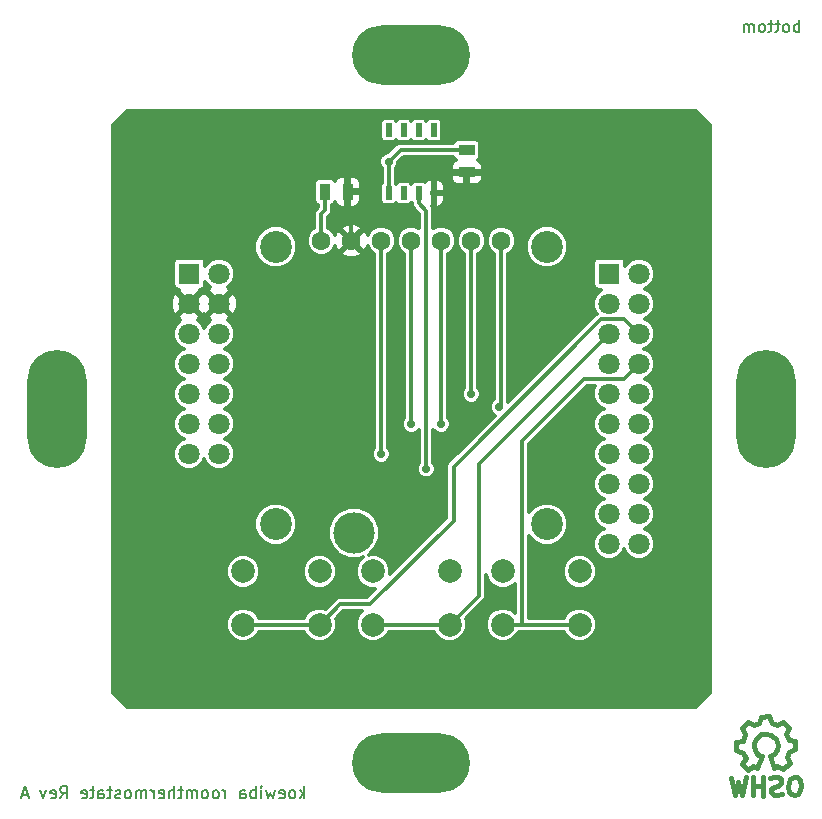
<source format=gbr>
G04 #@! TF.GenerationSoftware,KiCad,Pcbnew,5.0.0-fee4fd1~66~ubuntu16.04.1*
G04 #@! TF.CreationDate,2018-09-22T21:48:07+02:00*
G04 #@! TF.ProjectId,roomthermostat,726F6F6D746865726D6F737461742E6B,A*
G04 #@! TF.SameCoordinates,Original*
G04 #@! TF.FileFunction,Copper,L2,Bot,Signal*
G04 #@! TF.FilePolarity,Positive*
%FSLAX46Y46*%
G04 Gerber Fmt 4.6, Leading zero omitted, Abs format (unit mm)*
G04 Created by KiCad (PCBNEW 5.0.0-fee4fd1~66~ubuntu16.04.1) date Sat Sep 22 21:48:07 2018*
%MOMM*%
%LPD*%
G01*
G04 APERTURE LIST*
G04 #@! TA.AperFunction,NonConductor*
%ADD10C,0.200000*%
G04 #@! TD*
G04 #@! TA.AperFunction,EtchedComponent*
%ADD11C,0.381000*%
G04 #@! TD*
G04 #@! TA.AperFunction,ComponentPad*
%ADD12C,1.800000*%
G04 #@! TD*
G04 #@! TA.AperFunction,ComponentPad*
%ADD13R,1.800000X1.800000*%
G04 #@! TD*
G04 #@! TA.AperFunction,ComponentPad*
%ADD14C,3.500000*%
G04 #@! TD*
G04 #@! TA.AperFunction,ComponentPad*
%ADD15O,10.000000X5.001260*%
G04 #@! TD*
G04 #@! TA.AperFunction,ComponentPad*
%ADD16O,5.001260X10.000000*%
G04 #@! TD*
G04 #@! TA.AperFunction,SMDPad,CuDef*
%ADD17R,0.889000X1.397000*%
G04 #@! TD*
G04 #@! TA.AperFunction,SMDPad,CuDef*
%ADD18R,1.397000X0.889000*%
G04 #@! TD*
G04 #@! TA.AperFunction,ComponentPad*
%ADD19C,2.700000*%
G04 #@! TD*
G04 #@! TA.AperFunction,ComponentPad*
%ADD20C,1.600000*%
G04 #@! TD*
G04 #@! TA.AperFunction,SMDPad,CuDef*
%ADD21R,0.508000X1.143000*%
G04 #@! TD*
G04 #@! TA.AperFunction,ComponentPad*
%ADD22C,2.000000*%
G04 #@! TD*
G04 #@! TA.AperFunction,ViaPad*
%ADD23C,0.700000*%
G04 #@! TD*
G04 #@! TA.AperFunction,Conductor*
%ADD24C,0.300000*%
G04 #@! TD*
G04 APERTURE END LIST*
D10*
X129752142Y-68437380D02*
X129752142Y-67437380D01*
X129752142Y-67818333D02*
X129656904Y-67770714D01*
X129466428Y-67770714D01*
X129371190Y-67818333D01*
X129323571Y-67865952D01*
X129275952Y-67961190D01*
X129275952Y-68246904D01*
X129323571Y-68342142D01*
X129371190Y-68389761D01*
X129466428Y-68437380D01*
X129656904Y-68437380D01*
X129752142Y-68389761D01*
X128704523Y-68437380D02*
X128799761Y-68389761D01*
X128847380Y-68342142D01*
X128895000Y-68246904D01*
X128895000Y-67961190D01*
X128847380Y-67865952D01*
X128799761Y-67818333D01*
X128704523Y-67770714D01*
X128561666Y-67770714D01*
X128466428Y-67818333D01*
X128418809Y-67865952D01*
X128371190Y-67961190D01*
X128371190Y-68246904D01*
X128418809Y-68342142D01*
X128466428Y-68389761D01*
X128561666Y-68437380D01*
X128704523Y-68437380D01*
X128085476Y-67770714D02*
X127704523Y-67770714D01*
X127942619Y-67437380D02*
X127942619Y-68294523D01*
X127895000Y-68389761D01*
X127799761Y-68437380D01*
X127704523Y-68437380D01*
X127514047Y-67770714D02*
X127133095Y-67770714D01*
X127371190Y-67437380D02*
X127371190Y-68294523D01*
X127323571Y-68389761D01*
X127228333Y-68437380D01*
X127133095Y-68437380D01*
X126656904Y-68437380D02*
X126752142Y-68389761D01*
X126799761Y-68342142D01*
X126847380Y-68246904D01*
X126847380Y-67961190D01*
X126799761Y-67865952D01*
X126752142Y-67818333D01*
X126656904Y-67770714D01*
X126514047Y-67770714D01*
X126418809Y-67818333D01*
X126371190Y-67865952D01*
X126323571Y-67961190D01*
X126323571Y-68246904D01*
X126371190Y-68342142D01*
X126418809Y-68389761D01*
X126514047Y-68437380D01*
X126656904Y-68437380D01*
X125895000Y-68437380D02*
X125895000Y-67770714D01*
X125895000Y-67865952D02*
X125847380Y-67818333D01*
X125752142Y-67770714D01*
X125609285Y-67770714D01*
X125514047Y-67818333D01*
X125466428Y-67913571D01*
X125466428Y-68437380D01*
X125466428Y-67913571D02*
X125418809Y-67818333D01*
X125323571Y-67770714D01*
X125180714Y-67770714D01*
X125085476Y-67818333D01*
X125037857Y-67913571D01*
X125037857Y-68437380D01*
X87843571Y-133322380D02*
X87843571Y-132322380D01*
X87748333Y-132941428D02*
X87462619Y-133322380D01*
X87462619Y-132655714D02*
X87843571Y-133036666D01*
X86891190Y-133322380D02*
X86986428Y-133274761D01*
X87034047Y-133227142D01*
X87081666Y-133131904D01*
X87081666Y-132846190D01*
X87034047Y-132750952D01*
X86986428Y-132703333D01*
X86891190Y-132655714D01*
X86748333Y-132655714D01*
X86653095Y-132703333D01*
X86605476Y-132750952D01*
X86557857Y-132846190D01*
X86557857Y-133131904D01*
X86605476Y-133227142D01*
X86653095Y-133274761D01*
X86748333Y-133322380D01*
X86891190Y-133322380D01*
X85748333Y-133274761D02*
X85843571Y-133322380D01*
X86034047Y-133322380D01*
X86129285Y-133274761D01*
X86176904Y-133179523D01*
X86176904Y-132798571D01*
X86129285Y-132703333D01*
X86034047Y-132655714D01*
X85843571Y-132655714D01*
X85748333Y-132703333D01*
X85700714Y-132798571D01*
X85700714Y-132893809D01*
X86176904Y-132989047D01*
X85367380Y-132655714D02*
X85176904Y-133322380D01*
X84986428Y-132846190D01*
X84795952Y-133322380D01*
X84605476Y-132655714D01*
X84224523Y-133322380D02*
X84224523Y-132655714D01*
X84224523Y-132322380D02*
X84272142Y-132370000D01*
X84224523Y-132417619D01*
X84176904Y-132370000D01*
X84224523Y-132322380D01*
X84224523Y-132417619D01*
X83748333Y-133322380D02*
X83748333Y-132322380D01*
X83748333Y-132703333D02*
X83653095Y-132655714D01*
X83462619Y-132655714D01*
X83367380Y-132703333D01*
X83319761Y-132750952D01*
X83272142Y-132846190D01*
X83272142Y-133131904D01*
X83319761Y-133227142D01*
X83367380Y-133274761D01*
X83462619Y-133322380D01*
X83653095Y-133322380D01*
X83748333Y-133274761D01*
X82415000Y-133322380D02*
X82415000Y-132798571D01*
X82462619Y-132703333D01*
X82557857Y-132655714D01*
X82748333Y-132655714D01*
X82843571Y-132703333D01*
X82415000Y-133274761D02*
X82510238Y-133322380D01*
X82748333Y-133322380D01*
X82843571Y-133274761D01*
X82891190Y-133179523D01*
X82891190Y-133084285D01*
X82843571Y-132989047D01*
X82748333Y-132941428D01*
X82510238Y-132941428D01*
X82415000Y-132893809D01*
X81176904Y-133322380D02*
X81176904Y-132655714D01*
X81176904Y-132846190D02*
X81129285Y-132750952D01*
X81081666Y-132703333D01*
X80986428Y-132655714D01*
X80891190Y-132655714D01*
X80415000Y-133322380D02*
X80510238Y-133274761D01*
X80557857Y-133227142D01*
X80605476Y-133131904D01*
X80605476Y-132846190D01*
X80557857Y-132750952D01*
X80510238Y-132703333D01*
X80415000Y-132655714D01*
X80272142Y-132655714D01*
X80176904Y-132703333D01*
X80129285Y-132750952D01*
X80081666Y-132846190D01*
X80081666Y-133131904D01*
X80129285Y-133227142D01*
X80176904Y-133274761D01*
X80272142Y-133322380D01*
X80415000Y-133322380D01*
X79510238Y-133322380D02*
X79605476Y-133274761D01*
X79653095Y-133227142D01*
X79700714Y-133131904D01*
X79700714Y-132846190D01*
X79653095Y-132750952D01*
X79605476Y-132703333D01*
X79510238Y-132655714D01*
X79367380Y-132655714D01*
X79272142Y-132703333D01*
X79224523Y-132750952D01*
X79176904Y-132846190D01*
X79176904Y-133131904D01*
X79224523Y-133227142D01*
X79272142Y-133274761D01*
X79367380Y-133322380D01*
X79510238Y-133322380D01*
X78748333Y-133322380D02*
X78748333Y-132655714D01*
X78748333Y-132750952D02*
X78700714Y-132703333D01*
X78605476Y-132655714D01*
X78462619Y-132655714D01*
X78367380Y-132703333D01*
X78319761Y-132798571D01*
X78319761Y-133322380D01*
X78319761Y-132798571D02*
X78272142Y-132703333D01*
X78176904Y-132655714D01*
X78034047Y-132655714D01*
X77938809Y-132703333D01*
X77891190Y-132798571D01*
X77891190Y-133322380D01*
X77557857Y-132655714D02*
X77176904Y-132655714D01*
X77415000Y-132322380D02*
X77415000Y-133179523D01*
X77367380Y-133274761D01*
X77272142Y-133322380D01*
X77176904Y-133322380D01*
X76843571Y-133322380D02*
X76843571Y-132322380D01*
X76415000Y-133322380D02*
X76415000Y-132798571D01*
X76462619Y-132703333D01*
X76557857Y-132655714D01*
X76700714Y-132655714D01*
X76795952Y-132703333D01*
X76843571Y-132750952D01*
X75557857Y-133274761D02*
X75653095Y-133322380D01*
X75843571Y-133322380D01*
X75938809Y-133274761D01*
X75986428Y-133179523D01*
X75986428Y-132798571D01*
X75938809Y-132703333D01*
X75843571Y-132655714D01*
X75653095Y-132655714D01*
X75557857Y-132703333D01*
X75510238Y-132798571D01*
X75510238Y-132893809D01*
X75986428Y-132989047D01*
X75081666Y-133322380D02*
X75081666Y-132655714D01*
X75081666Y-132846190D02*
X75034047Y-132750952D01*
X74986428Y-132703333D01*
X74891190Y-132655714D01*
X74795952Y-132655714D01*
X74462619Y-133322380D02*
X74462619Y-132655714D01*
X74462619Y-132750952D02*
X74415000Y-132703333D01*
X74319761Y-132655714D01*
X74176904Y-132655714D01*
X74081666Y-132703333D01*
X74034047Y-132798571D01*
X74034047Y-133322380D01*
X74034047Y-132798571D02*
X73986428Y-132703333D01*
X73891190Y-132655714D01*
X73748333Y-132655714D01*
X73653095Y-132703333D01*
X73605476Y-132798571D01*
X73605476Y-133322380D01*
X72986428Y-133322380D02*
X73081666Y-133274761D01*
X73129285Y-133227142D01*
X73176904Y-133131904D01*
X73176904Y-132846190D01*
X73129285Y-132750952D01*
X73081666Y-132703333D01*
X72986428Y-132655714D01*
X72843571Y-132655714D01*
X72748333Y-132703333D01*
X72700714Y-132750952D01*
X72653095Y-132846190D01*
X72653095Y-133131904D01*
X72700714Y-133227142D01*
X72748333Y-133274761D01*
X72843571Y-133322380D01*
X72986428Y-133322380D01*
X72272142Y-133274761D02*
X72176904Y-133322380D01*
X71986428Y-133322380D01*
X71891190Y-133274761D01*
X71843571Y-133179523D01*
X71843571Y-133131904D01*
X71891190Y-133036666D01*
X71986428Y-132989047D01*
X72129285Y-132989047D01*
X72224523Y-132941428D01*
X72272142Y-132846190D01*
X72272142Y-132798571D01*
X72224523Y-132703333D01*
X72129285Y-132655714D01*
X71986428Y-132655714D01*
X71891190Y-132703333D01*
X71557857Y-132655714D02*
X71176904Y-132655714D01*
X71415000Y-132322380D02*
X71415000Y-133179523D01*
X71367380Y-133274761D01*
X71272142Y-133322380D01*
X71176904Y-133322380D01*
X70415000Y-133322380D02*
X70415000Y-132798571D01*
X70462619Y-132703333D01*
X70557857Y-132655714D01*
X70748333Y-132655714D01*
X70843571Y-132703333D01*
X70415000Y-133274761D02*
X70510238Y-133322380D01*
X70748333Y-133322380D01*
X70843571Y-133274761D01*
X70891190Y-133179523D01*
X70891190Y-133084285D01*
X70843571Y-132989047D01*
X70748333Y-132941428D01*
X70510238Y-132941428D01*
X70415000Y-132893809D01*
X70081666Y-132655714D02*
X69700714Y-132655714D01*
X69938809Y-132322380D02*
X69938809Y-133179523D01*
X69891190Y-133274761D01*
X69795952Y-133322380D01*
X69700714Y-133322380D01*
X68986428Y-133274761D02*
X69081666Y-133322380D01*
X69272142Y-133322380D01*
X69367380Y-133274761D01*
X69415000Y-133179523D01*
X69415000Y-132798571D01*
X69367380Y-132703333D01*
X69272142Y-132655714D01*
X69081666Y-132655714D01*
X68986428Y-132703333D01*
X68938809Y-132798571D01*
X68938809Y-132893809D01*
X69415000Y-132989047D01*
X67176904Y-133322380D02*
X67510238Y-132846190D01*
X67748333Y-133322380D02*
X67748333Y-132322380D01*
X67367380Y-132322380D01*
X67272142Y-132370000D01*
X67224523Y-132417619D01*
X67176904Y-132512857D01*
X67176904Y-132655714D01*
X67224523Y-132750952D01*
X67272142Y-132798571D01*
X67367380Y-132846190D01*
X67748333Y-132846190D01*
X66367380Y-133274761D02*
X66462619Y-133322380D01*
X66653095Y-133322380D01*
X66748333Y-133274761D01*
X66795952Y-133179523D01*
X66795952Y-132798571D01*
X66748333Y-132703333D01*
X66653095Y-132655714D01*
X66462619Y-132655714D01*
X66367380Y-132703333D01*
X66319761Y-132798571D01*
X66319761Y-132893809D01*
X66795952Y-132989047D01*
X65986428Y-132655714D02*
X65748333Y-133322380D01*
X65510238Y-132655714D01*
X64415000Y-133036666D02*
X63938809Y-133036666D01*
X64510238Y-133322380D02*
X64176904Y-132322380D01*
X63843571Y-133322380D01*
D11*
G04 #@! TO.C,LOGO1*
X125246220Y-131559860D02*
X124885540Y-133030520D01*
X124885540Y-133030520D02*
X124606140Y-131968800D01*
X124606140Y-131968800D02*
X124296260Y-133040680D01*
X124296260Y-133040680D02*
X123955900Y-131590340D01*
X126666080Y-132250740D02*
X125876140Y-132240580D01*
X125876140Y-132240580D02*
X125865980Y-132250740D01*
X125865980Y-132250740D02*
X125865980Y-132240580D01*
X125825340Y-131529380D02*
X125825340Y-133071160D01*
X126714340Y-131519220D02*
X126714340Y-133088940D01*
X126714340Y-133088940D02*
X126704180Y-133078780D01*
X127265520Y-131620820D02*
X127616040Y-131539540D01*
X127616040Y-131539540D02*
X127936080Y-131529380D01*
X127936080Y-131529380D02*
X128174840Y-131730040D01*
X128174840Y-131730040D02*
X128205320Y-131999280D01*
X128205320Y-131999280D02*
X127964020Y-132240580D01*
X127964020Y-132240580D02*
X127575400Y-132370120D01*
X127575400Y-132370120D02*
X127395060Y-132530140D01*
X127395060Y-132530140D02*
X127354420Y-132829860D01*
X127354420Y-132829860D02*
X127585560Y-133050840D01*
X127585560Y-133050840D02*
X127905600Y-133078780D01*
X127905600Y-133078780D02*
X128256120Y-132969560D01*
X129294980Y-131519220D02*
X129543900Y-131539540D01*
X129543900Y-131539540D02*
X129785200Y-131780840D01*
X129785200Y-131780840D02*
X129874100Y-132271060D01*
X129874100Y-132271060D02*
X129846160Y-132619040D01*
X129846160Y-132619040D02*
X129645500Y-132939080D01*
X129645500Y-132939080D02*
X129394040Y-133061000D01*
X129394040Y-133061000D02*
X129084160Y-132989880D01*
X129084160Y-132989880D02*
X128865720Y-132809540D01*
X128865720Y-132809540D02*
X128794600Y-132349800D01*
X128794600Y-132349800D02*
X128845400Y-131940860D01*
X128845400Y-131940860D02*
X128954620Y-131658920D01*
X128954620Y-131658920D02*
X129315300Y-131529380D01*
X128695540Y-129799640D02*
X128954620Y-130360980D01*
X128954620Y-130360980D02*
X128416140Y-130879140D01*
X128416140Y-130879140D02*
X127895440Y-130609900D01*
X127895440Y-130609900D02*
X127616040Y-130769920D01*
X126175860Y-130749600D02*
X125845660Y-130559100D01*
X125845660Y-130559100D02*
X125406240Y-130889300D01*
X125406240Y-130889300D02*
X124933800Y-130399080D01*
X124933800Y-130399080D02*
X125215740Y-129919020D01*
X125215740Y-129919020D02*
X125025240Y-129449120D01*
X125025240Y-129449120D02*
X124415640Y-129261160D01*
X124415640Y-129261160D02*
X124415640Y-128580440D01*
X124415640Y-128580440D02*
X124974440Y-128440740D01*
X124974440Y-128440740D02*
X125175100Y-127869240D01*
X125175100Y-127869240D02*
X124905860Y-127399340D01*
X124905860Y-127399340D02*
X125375760Y-126888800D01*
X125375760Y-126888800D02*
X125893920Y-127150420D01*
X125893920Y-127150420D02*
X126363820Y-126949760D01*
X126363820Y-126949760D02*
X126534000Y-126408740D01*
X126534000Y-126408740D02*
X127224880Y-126390960D01*
X127224880Y-126390960D02*
X127435700Y-126939600D01*
X127435700Y-126939600D02*
X127854800Y-127109780D01*
X127854800Y-127109780D02*
X128405980Y-126840540D01*
X128405980Y-126840540D02*
X128924140Y-127368860D01*
X128924140Y-127368860D02*
X128675220Y-127909880D01*
X128675220Y-127909880D02*
X128845400Y-128389940D01*
X128845400Y-128389940D02*
X129394040Y-128489000D01*
X129394040Y-128489000D02*
X129404200Y-129190040D01*
X129404200Y-129190040D02*
X128845400Y-129390700D01*
X128845400Y-129390700D02*
X128705700Y-129789480D01*
X126564480Y-129769160D02*
X126264760Y-129619300D01*
X126264760Y-129619300D02*
X126064100Y-129421180D01*
X126064100Y-129421180D02*
X125914240Y-129019860D01*
X125914240Y-129019860D02*
X125914240Y-128621080D01*
X125914240Y-128621080D02*
X126064100Y-128270560D01*
X126064100Y-128270560D02*
X126516220Y-127920040D01*
X126516220Y-127920040D02*
X126965800Y-127869240D01*
X126965800Y-127869240D02*
X127364580Y-127970840D01*
X127364580Y-127970840D02*
X127765900Y-128318820D01*
X127765900Y-128318820D02*
X127915760Y-128770940D01*
X127915760Y-128770940D02*
X127864960Y-129268780D01*
X127864960Y-129268780D02*
X127616040Y-129571040D01*
X127616040Y-129571040D02*
X127265520Y-129769160D01*
X127265520Y-129769160D02*
X127616040Y-130769920D01*
X126564480Y-129769160D02*
X126165700Y-130769920D01*
G04 #@! TD*
D12*
G04 #@! TO.P,MOD1,34*
G04 #@! TO.N,/DISP_SCK*
X80645000Y-104140000D03*
G04 #@! TO.P,MOD1,33*
G04 #@! TO.N,N/C*
X78105000Y-104140000D03*
G04 #@! TO.P,MOD1,32*
G04 #@! TO.N,/DISP_MOSI*
X80645000Y-101600000D03*
G04 #@! TO.P,MOD1,31*
G04 #@! TO.N,N/C*
X78105000Y-101600000D03*
G04 #@! TO.P,MOD1,30*
G04 #@! TO.N,/DISP_A0*
X80645000Y-99060000D03*
G04 #@! TO.P,MOD1,29*
G04 #@! TO.N,//DISP_CS*
X78105000Y-99060000D03*
G04 #@! TO.P,MOD1,28*
G04 #@! TO.N,N/C*
X80645000Y-96520000D03*
G04 #@! TO.P,MOD1,27*
X78105000Y-96520000D03*
G04 #@! TO.P,MOD1,26*
X80645000Y-93980000D03*
G04 #@! TO.P,MOD1,25*
X78105000Y-93980000D03*
G04 #@! TO.P,MOD1,24*
G04 #@! TO.N,VCC*
X80645000Y-91440000D03*
G04 #@! TO.P,MOD1,23*
X78105000Y-91440000D03*
G04 #@! TO.P,MOD1,22*
G04 #@! TO.N,GND*
X80645000Y-88900000D03*
D13*
G04 #@! TO.P,MOD1,21*
X78105000Y-88900000D03*
D12*
G04 #@! TO.P,MOD1,20*
G04 #@! TO.N,N/C*
X116205000Y-111790000D03*
G04 #@! TO.P,MOD1,19*
X113665000Y-111760000D03*
G04 #@! TO.P,MOD1,18*
X116205000Y-109250000D03*
G04 #@! TO.P,MOD1,17*
X113665000Y-109220000D03*
G04 #@! TO.P,MOD1,16*
G04 #@! TO.N,/TEMP*
X116205000Y-106710000D03*
G04 #@! TO.P,MOD1,15*
G04 #@! TO.N,N/C*
X113665000Y-106680000D03*
G04 #@! TO.P,MOD1,14*
X116205000Y-104170000D03*
G04 #@! TO.P,MOD1,13*
X113665000Y-104140000D03*
G04 #@! TO.P,MOD1,12*
G04 #@! TO.N,//RESET*
X116205000Y-101630000D03*
G04 #@! TO.P,MOD1,11*
G04 #@! TO.N,N/C*
X113665000Y-101600000D03*
G04 #@! TO.P,MOD1,10*
X116205000Y-99090000D03*
G04 #@! TO.P,MOD1,9*
X113665000Y-99060000D03*
G04 #@! TO.P,MOD1,8*
G04 #@! TO.N,/KEY2*
X116205000Y-96550000D03*
G04 #@! TO.P,MOD1,7*
G04 #@! TO.N,N/C*
X113665000Y-96520000D03*
G04 #@! TO.P,MOD1,6*
G04 #@! TO.N,/KEY0*
X116205000Y-93980000D03*
G04 #@! TO.P,MOD1,5*
G04 #@! TO.N,/KEY1*
X113665000Y-93980000D03*
G04 #@! TO.P,MOD1,4*
G04 #@! TO.N,N/C*
X116205000Y-91470000D03*
G04 #@! TO.P,MOD1,3*
X113665000Y-91440000D03*
G04 #@! TO.P,MOD1,2*
G04 #@! TO.N,GND*
X116205000Y-88930000D03*
D13*
G04 #@! TO.P,MOD1,1*
X113665000Y-88900000D03*
D14*
G04 #@! TO.P,MOD1,41*
G04 #@! TO.N,N/C*
X92075000Y-110840000D03*
G04 #@! TD*
D15*
G04 #@! TO.P,H1,1*
G04 #@! TO.N,N/C*
X96915000Y-70370000D03*
G04 #@! TD*
D16*
G04 #@! TO.P,H4,1*
G04 #@! TO.N,N/C*
X66915000Y-100370000D03*
G04 #@! TD*
G04 #@! TO.P,H2,1*
G04 #@! TO.N,N/C*
X126915000Y-100370000D03*
G04 #@! TD*
D15*
G04 #@! TO.P,H3,1*
G04 #@! TO.N,N/C*
X96915000Y-130370000D03*
G04 #@! TD*
D17*
G04 #@! TO.P,C1,1*
G04 #@! TO.N,VCC*
X91517500Y-81955000D03*
G04 #@! TO.P,C1,2*
G04 #@! TO.N,GND*
X89612500Y-81955000D03*
G04 #@! TD*
D18*
G04 #@! TO.P,C2,1*
G04 #@! TO.N,VCC*
X101600000Y-80327500D03*
G04 #@! TO.P,C2,2*
G04 #@! TO.N,GND*
X101600000Y-78422500D03*
G04 #@! TD*
D19*
G04 #@! TO.P,MOD2,H*
G04 #@! TO.N,N/C*
X108415000Y-86620000D03*
X85415000Y-86620000D03*
X85415000Y-110120000D03*
X108415000Y-110120000D03*
D20*
G04 #@! TO.P,MOD2,4*
G04 #@! TO.N,/DISP_MOSI*
X96915000Y-86120000D03*
G04 #@! TO.P,MOD2,5*
G04 #@! TO.N,//RESET*
X99455000Y-86120000D03*
G04 #@! TO.P,MOD2,6*
G04 #@! TO.N,/DISP_A0*
X101995000Y-86120000D03*
G04 #@! TO.P,MOD2,7*
G04 #@! TO.N,//DISP_CS*
X104535000Y-86120000D03*
G04 #@! TO.P,MOD2,3*
G04 #@! TO.N,/DISP_SCK*
X94375000Y-86120000D03*
G04 #@! TO.P,MOD2,2*
G04 #@! TO.N,VCC*
X91835000Y-86120000D03*
G04 #@! TO.P,MOD2,1*
G04 #@! TO.N,GND*
X89295000Y-86120000D03*
G04 #@! TD*
D21*
G04 #@! TO.P,U1,8*
G04 #@! TO.N,N/C*
X98820000Y-76748000D03*
G04 #@! TO.P,U1,1*
G04 #@! TO.N,VCC*
X98820000Y-82082000D03*
G04 #@! TO.P,U1,7*
G04 #@! TO.N,N/C*
X97550000Y-76748000D03*
G04 #@! TO.P,U1,6*
X96280000Y-76748000D03*
G04 #@! TO.P,U1,5*
X95010000Y-76748000D03*
G04 #@! TO.P,U1,2*
G04 #@! TO.N,/TEMP*
X97550000Y-82082000D03*
G04 #@! TO.P,U1,3*
G04 #@! TO.N,N/C*
X96280000Y-82082000D03*
G04 #@! TO.P,U1,4*
G04 #@! TO.N,GND*
X95010000Y-82082000D03*
G04 #@! TD*
D22*
G04 #@! TO.P,S1,1*
G04 #@! TO.N,GND*
X82665000Y-114120000D03*
G04 #@! TO.P,S1,2*
G04 #@! TO.N,/KEY0*
X82665000Y-118620000D03*
G04 #@! TO.P,S1,1*
G04 #@! TO.N,GND*
X89165000Y-114120000D03*
G04 #@! TO.P,S1,2*
G04 #@! TO.N,/KEY0*
X89165000Y-118620000D03*
G04 #@! TD*
G04 #@! TO.P,S2,1*
G04 #@! TO.N,GND*
X93665000Y-114120000D03*
G04 #@! TO.P,S2,2*
G04 #@! TO.N,/KEY1*
X93665000Y-118620000D03*
G04 #@! TO.P,S2,1*
G04 #@! TO.N,GND*
X100165000Y-114120000D03*
G04 #@! TO.P,S2,2*
G04 #@! TO.N,/KEY1*
X100165000Y-118620000D03*
G04 #@! TD*
G04 #@! TO.P,S3,1*
G04 #@! TO.N,GND*
X104665000Y-114120000D03*
G04 #@! TO.P,S3,2*
G04 #@! TO.N,/KEY2*
X104665000Y-118620000D03*
G04 #@! TO.P,S3,1*
G04 #@! TO.N,GND*
X111165000Y-114120000D03*
G04 #@! TO.P,S3,2*
G04 #@! TO.N,/KEY2*
X111165000Y-118620000D03*
G04 #@! TD*
D23*
G04 #@! TO.N,GND*
X95010000Y-79415000D03*
G04 #@! TO.N,/DISP_SCK*
X94375000Y-104180000D03*
G04 #@! TO.N,/DISP_MOSI*
X96915000Y-101640000D03*
G04 #@! TO.N,/DISP_A0*
X101995000Y-99100000D03*
G04 #@! TO.N,//DISP_CS*
X104345123Y-100204913D03*
G04 #@! TO.N,/TEMP*
X98186960Y-105434291D03*
G04 #@! TO.N,//RESET*
X99455000Y-101640000D03*
G04 #@! TD*
D24*
G04 #@! TO.N,VCC*
X91835000Y-83860000D02*
X91517500Y-83542500D01*
X91517500Y-83542500D02*
X91517500Y-81955000D01*
X91835000Y-86120000D02*
X91835000Y-83860000D01*
X98820000Y-82082000D02*
X100598000Y-82082000D01*
X100598000Y-82082000D02*
X101600000Y-81080000D01*
X101600000Y-81080000D02*
X101600000Y-80327500D01*
G04 #@! TO.N,GND*
X95010000Y-82082000D02*
X95010000Y-79415000D01*
X89612500Y-83542500D02*
X89295000Y-83860000D01*
X89295000Y-83860000D02*
X89295000Y-86120000D01*
X89612500Y-81955000D02*
X89612500Y-83542500D01*
X95010000Y-79415000D02*
X96002500Y-78422500D01*
X96002500Y-78422500D02*
X101600000Y-78422500D01*
G04 #@! TO.N,/DISP_SCK*
X94375000Y-104180000D02*
X94375000Y-86120000D01*
G04 #@! TO.N,/DISP_MOSI*
X96915000Y-101640000D02*
X96915000Y-86120000D01*
G04 #@! TO.N,/DISP_A0*
X101995000Y-99100000D02*
X101995000Y-86120000D01*
G04 #@! TO.N,//DISP_CS*
X104535000Y-86120000D02*
X104535000Y-100015036D01*
X104535000Y-100015036D02*
X104345123Y-100204913D01*
G04 #@! TO.N,/TEMP*
X98186960Y-104939317D02*
X98186960Y-105434291D01*
X98186960Y-83590460D02*
X98186960Y-104939317D01*
X97550000Y-82953500D02*
X98186960Y-83590460D01*
X97550000Y-82082000D02*
X97550000Y-82953500D01*
G04 #@! TO.N,//RESET*
X99455000Y-86120000D02*
X99455000Y-101640000D01*
G04 #@! TO.N,/KEY2*
X116205000Y-96550000D02*
X114954999Y-97800001D01*
X114954999Y-97800001D02*
X111549999Y-97800001D01*
X106291937Y-103058063D02*
X106291937Y-118471937D01*
X111549999Y-97800001D02*
X106291937Y-103058063D01*
X106291937Y-118471937D02*
X106440000Y-118620000D01*
X104665000Y-118620000D02*
X106440000Y-118620000D01*
X106440000Y-118620000D02*
X111165000Y-118620000D01*
G04 #@! TO.N,/KEY0*
X116205000Y-93980000D02*
X114954999Y-92729999D01*
X114954999Y-92729999D02*
X112997975Y-92729999D01*
X112997975Y-92729999D02*
X100481290Y-105246684D01*
X100481290Y-105246684D02*
X100481290Y-109805708D01*
X100481290Y-109805708D02*
X93406998Y-116880000D01*
X93406998Y-116880000D02*
X90905000Y-116880000D01*
X90905000Y-116880000D02*
X89165000Y-118620000D01*
X82665000Y-118620000D02*
X89165000Y-118620000D01*
G04 #@! TO.N,/KEY1*
X113665000Y-93980000D02*
X102630000Y-105015000D01*
X102630000Y-105015000D02*
X102630000Y-116155000D01*
X102630000Y-116155000D02*
X101164999Y-117620001D01*
X101164999Y-117620001D02*
X100165000Y-118620000D01*
X93665000Y-118620000D02*
X100165000Y-118620000D01*
G04 #@! TD*
G04 #@! TO.N,VCC*
G36*
X122165000Y-76302132D02*
X122165000Y-124437868D01*
X120982868Y-125620000D01*
X72847132Y-125620000D01*
X71665000Y-124437868D01*
X71665000Y-118331577D01*
X81215000Y-118331577D01*
X81215000Y-118908423D01*
X81435750Y-119441359D01*
X81843641Y-119849250D01*
X82376577Y-120070000D01*
X82953423Y-120070000D01*
X83486359Y-119849250D01*
X83894250Y-119441359D01*
X83985940Y-119220000D01*
X87844060Y-119220000D01*
X87935750Y-119441359D01*
X88343641Y-119849250D01*
X88876577Y-120070000D01*
X89453423Y-120070000D01*
X89986359Y-119849250D01*
X90394250Y-119441359D01*
X90615000Y-118908423D01*
X90615000Y-118331577D01*
X90523310Y-118110218D01*
X91153528Y-117480000D01*
X92754391Y-117480000D01*
X92435750Y-117798641D01*
X92215000Y-118331577D01*
X92215000Y-118908423D01*
X92435750Y-119441359D01*
X92843641Y-119849250D01*
X93376577Y-120070000D01*
X93953423Y-120070000D01*
X94486359Y-119849250D01*
X94894250Y-119441359D01*
X94985940Y-119220000D01*
X98844060Y-119220000D01*
X98935750Y-119441359D01*
X99343641Y-119849250D01*
X99876577Y-120070000D01*
X100453423Y-120070000D01*
X100986359Y-119849250D01*
X101394250Y-119441359D01*
X101615000Y-118908423D01*
X101615000Y-118331577D01*
X101523310Y-118110218D01*
X101631046Y-118002482D01*
X101631048Y-118002479D01*
X103012481Y-116621047D01*
X103062575Y-116587575D01*
X103195187Y-116389108D01*
X103230000Y-116214091D01*
X103230000Y-116214087D01*
X103241753Y-116155001D01*
X103230000Y-116095914D01*
X103230000Y-114444636D01*
X103435750Y-114941359D01*
X103843641Y-115349250D01*
X104376577Y-115570000D01*
X104953423Y-115570000D01*
X105486359Y-115349250D01*
X105691938Y-115143671D01*
X105691938Y-117596329D01*
X105486359Y-117390750D01*
X104953423Y-117170000D01*
X104376577Y-117170000D01*
X103843641Y-117390750D01*
X103435750Y-117798641D01*
X103215000Y-118331577D01*
X103215000Y-118908423D01*
X103435750Y-119441359D01*
X103843641Y-119849250D01*
X104376577Y-120070000D01*
X104953423Y-120070000D01*
X105486359Y-119849250D01*
X105894250Y-119441359D01*
X105985940Y-119220000D01*
X106380913Y-119220000D01*
X106440000Y-119231753D01*
X106499088Y-119220000D01*
X109844060Y-119220000D01*
X109935750Y-119441359D01*
X110343641Y-119849250D01*
X110876577Y-120070000D01*
X111453423Y-120070000D01*
X111986359Y-119849250D01*
X112394250Y-119441359D01*
X112615000Y-118908423D01*
X112615000Y-118331577D01*
X112394250Y-117798641D01*
X111986359Y-117390750D01*
X111453423Y-117170000D01*
X110876577Y-117170000D01*
X110343641Y-117390750D01*
X109935750Y-117798641D01*
X109844060Y-118020000D01*
X106891937Y-118020000D01*
X106891937Y-113831577D01*
X109715000Y-113831577D01*
X109715000Y-114408423D01*
X109935750Y-114941359D01*
X110343641Y-115349250D01*
X110876577Y-115570000D01*
X111453423Y-115570000D01*
X111986359Y-115349250D01*
X112394250Y-114941359D01*
X112615000Y-114408423D01*
X112615000Y-113831577D01*
X112394250Y-113298641D01*
X111986359Y-112890750D01*
X111453423Y-112670000D01*
X110876577Y-112670000D01*
X110343641Y-112890750D01*
X109935750Y-113298641D01*
X109715000Y-113831577D01*
X106891937Y-113831577D01*
X106891937Y-111142521D01*
X107395382Y-111645966D01*
X108056958Y-111920000D01*
X108773042Y-111920000D01*
X109434618Y-111645966D01*
X109940966Y-111139618D01*
X110215000Y-110478042D01*
X110215000Y-109761958D01*
X109940966Y-109100382D01*
X109434618Y-108594034D01*
X108773042Y-108320000D01*
X108056958Y-108320000D01*
X107395382Y-108594034D01*
X106891937Y-109097479D01*
X106891937Y-103306590D01*
X111798528Y-98400001D01*
X112477151Y-98400001D01*
X112315000Y-98791468D01*
X112315000Y-99328532D01*
X112520525Y-99824714D01*
X112900286Y-100204475D01*
X113203331Y-100330000D01*
X112900286Y-100455525D01*
X112520525Y-100835286D01*
X112315000Y-101331468D01*
X112315000Y-101868532D01*
X112520525Y-102364714D01*
X112900286Y-102744475D01*
X113203331Y-102870000D01*
X112900286Y-102995525D01*
X112520525Y-103375286D01*
X112315000Y-103871468D01*
X112315000Y-104408532D01*
X112520525Y-104904714D01*
X112900286Y-105284475D01*
X113203331Y-105410000D01*
X112900286Y-105535525D01*
X112520525Y-105915286D01*
X112315000Y-106411468D01*
X112315000Y-106948532D01*
X112520525Y-107444714D01*
X112900286Y-107824475D01*
X113203331Y-107950000D01*
X112900286Y-108075525D01*
X112520525Y-108455286D01*
X112315000Y-108951468D01*
X112315000Y-109488532D01*
X112520525Y-109984714D01*
X112900286Y-110364475D01*
X113203331Y-110490000D01*
X112900286Y-110615525D01*
X112520525Y-110995286D01*
X112315000Y-111491468D01*
X112315000Y-112028532D01*
X112520525Y-112524714D01*
X112900286Y-112904475D01*
X113396468Y-113110000D01*
X113933532Y-113110000D01*
X114429714Y-112904475D01*
X114809475Y-112524714D01*
X114928787Y-112236669D01*
X115060525Y-112554714D01*
X115440286Y-112934475D01*
X115936468Y-113140000D01*
X116473532Y-113140000D01*
X116969714Y-112934475D01*
X117349475Y-112554714D01*
X117555000Y-112058532D01*
X117555000Y-111521468D01*
X117349475Y-111025286D01*
X116969714Y-110645525D01*
X116666669Y-110520000D01*
X116969714Y-110394475D01*
X117349475Y-110014714D01*
X117555000Y-109518532D01*
X117555000Y-108981468D01*
X117349475Y-108485286D01*
X116969714Y-108105525D01*
X116666669Y-107980000D01*
X116969714Y-107854475D01*
X117349475Y-107474714D01*
X117555000Y-106978532D01*
X117555000Y-106441468D01*
X117349475Y-105945286D01*
X116969714Y-105565525D01*
X116666669Y-105440000D01*
X116969714Y-105314475D01*
X117349475Y-104934714D01*
X117555000Y-104438532D01*
X117555000Y-103901468D01*
X117349475Y-103405286D01*
X116969714Y-103025525D01*
X116666669Y-102900000D01*
X116969714Y-102774475D01*
X117349475Y-102394714D01*
X117555000Y-101898532D01*
X117555000Y-101361468D01*
X117349475Y-100865286D01*
X116969714Y-100485525D01*
X116666669Y-100360000D01*
X116969714Y-100234475D01*
X117349475Y-99854714D01*
X117555000Y-99358532D01*
X117555000Y-98821468D01*
X117349475Y-98325286D01*
X116969714Y-97945525D01*
X116666669Y-97820000D01*
X116969714Y-97694475D01*
X117349475Y-97314714D01*
X117555000Y-96818532D01*
X117555000Y-96281468D01*
X117349475Y-95785286D01*
X116969714Y-95405525D01*
X116630456Y-95265000D01*
X116969714Y-95124475D01*
X117349475Y-94744714D01*
X117555000Y-94248532D01*
X117555000Y-93711468D01*
X117349475Y-93215286D01*
X116969714Y-92835525D01*
X116702883Y-92725000D01*
X116969714Y-92614475D01*
X117349475Y-92234714D01*
X117555000Y-91738532D01*
X117555000Y-91201468D01*
X117349475Y-90705286D01*
X116969714Y-90325525D01*
X116666669Y-90200000D01*
X116969714Y-90074475D01*
X117349475Y-89694714D01*
X117555000Y-89198532D01*
X117555000Y-88661468D01*
X117349475Y-88165286D01*
X116969714Y-87785525D01*
X116473532Y-87580000D01*
X115936468Y-87580000D01*
X115440286Y-87785525D01*
X115060525Y-88165286D01*
X115023816Y-88253910D01*
X115023816Y-88000000D01*
X114988891Y-87824419D01*
X114889432Y-87675568D01*
X114740581Y-87576109D01*
X114565000Y-87541184D01*
X112765000Y-87541184D01*
X112589419Y-87576109D01*
X112440568Y-87675568D01*
X112341109Y-87824419D01*
X112306184Y-88000000D01*
X112306184Y-89800000D01*
X112341109Y-89975581D01*
X112440568Y-90124432D01*
X112589419Y-90223891D01*
X112765000Y-90258816D01*
X112988910Y-90258816D01*
X112900286Y-90295525D01*
X112520525Y-90675286D01*
X112315000Y-91171468D01*
X112315000Y-91708532D01*
X112520525Y-92204714D01*
X112594075Y-92278264D01*
X112565400Y-92297424D01*
X112531928Y-92347518D01*
X105135000Y-99744447D01*
X105135000Y-87224462D01*
X105243068Y-87179699D01*
X105594699Y-86828068D01*
X105785000Y-86368640D01*
X105785000Y-86261958D01*
X106615000Y-86261958D01*
X106615000Y-86978042D01*
X106889034Y-87639618D01*
X107395382Y-88145966D01*
X108056958Y-88420000D01*
X108773042Y-88420000D01*
X109434618Y-88145966D01*
X109940966Y-87639618D01*
X110215000Y-86978042D01*
X110215000Y-86261958D01*
X109940966Y-85600382D01*
X109434618Y-85094034D01*
X108773042Y-84820000D01*
X108056958Y-84820000D01*
X107395382Y-85094034D01*
X106889034Y-85600382D01*
X106615000Y-86261958D01*
X105785000Y-86261958D01*
X105785000Y-85871360D01*
X105594699Y-85411932D01*
X105243068Y-85060301D01*
X104783640Y-84870000D01*
X104286360Y-84870000D01*
X103826932Y-85060301D01*
X103475301Y-85411932D01*
X103285000Y-85871360D01*
X103285000Y-86368640D01*
X103475301Y-86828068D01*
X103826932Y-87179699D01*
X103935000Y-87224462D01*
X103935001Y-99508877D01*
X103891959Y-99526706D01*
X103666916Y-99751749D01*
X103545123Y-100045783D01*
X103545123Y-100364043D01*
X103666916Y-100658077D01*
X103891959Y-100883120D01*
X103965758Y-100913689D01*
X100098812Y-104780635D01*
X100048715Y-104814109D01*
X99916103Y-105012577D01*
X99881290Y-105187594D01*
X99881290Y-105187598D01*
X99869537Y-105246684D01*
X99881290Y-105305770D01*
X99881291Y-109557179D01*
X95115000Y-114323471D01*
X95115000Y-113831577D01*
X94894250Y-113298641D01*
X94486359Y-112890750D01*
X93953423Y-112670000D01*
X93376577Y-112670000D01*
X93341911Y-112684359D01*
X93940070Y-112086200D01*
X94275000Y-111277607D01*
X94275000Y-110402393D01*
X93940070Y-109593800D01*
X93321200Y-108974930D01*
X92512607Y-108640000D01*
X91637393Y-108640000D01*
X90828800Y-108974930D01*
X90209930Y-109593800D01*
X89875000Y-110402393D01*
X89875000Y-111277607D01*
X90209930Y-112086200D01*
X90828800Y-112705070D01*
X91637393Y-113040000D01*
X92512607Y-113040000D01*
X92822932Y-112911459D01*
X92435750Y-113298641D01*
X92215000Y-113831577D01*
X92215000Y-114408423D01*
X92435750Y-114941359D01*
X92843641Y-115349250D01*
X93376577Y-115570000D01*
X93868471Y-115570000D01*
X93158471Y-116280000D01*
X90964088Y-116280000D01*
X90905000Y-116268247D01*
X90845912Y-116280000D01*
X90845909Y-116280000D01*
X90670892Y-116314813D01*
X90472425Y-116447425D01*
X90438953Y-116497519D01*
X89674782Y-117261690D01*
X89453423Y-117170000D01*
X88876577Y-117170000D01*
X88343641Y-117390750D01*
X87935750Y-117798641D01*
X87844060Y-118020000D01*
X83985940Y-118020000D01*
X83894250Y-117798641D01*
X83486359Y-117390750D01*
X82953423Y-117170000D01*
X82376577Y-117170000D01*
X81843641Y-117390750D01*
X81435750Y-117798641D01*
X81215000Y-118331577D01*
X71665000Y-118331577D01*
X71665000Y-113831577D01*
X81215000Y-113831577D01*
X81215000Y-114408423D01*
X81435750Y-114941359D01*
X81843641Y-115349250D01*
X82376577Y-115570000D01*
X82953423Y-115570000D01*
X83486359Y-115349250D01*
X83894250Y-114941359D01*
X84115000Y-114408423D01*
X84115000Y-113831577D01*
X87715000Y-113831577D01*
X87715000Y-114408423D01*
X87935750Y-114941359D01*
X88343641Y-115349250D01*
X88876577Y-115570000D01*
X89453423Y-115570000D01*
X89986359Y-115349250D01*
X90394250Y-114941359D01*
X90615000Y-114408423D01*
X90615000Y-113831577D01*
X90394250Y-113298641D01*
X89986359Y-112890750D01*
X89453423Y-112670000D01*
X88876577Y-112670000D01*
X88343641Y-112890750D01*
X87935750Y-113298641D01*
X87715000Y-113831577D01*
X84115000Y-113831577D01*
X83894250Y-113298641D01*
X83486359Y-112890750D01*
X82953423Y-112670000D01*
X82376577Y-112670000D01*
X81843641Y-112890750D01*
X81435750Y-113298641D01*
X81215000Y-113831577D01*
X71665000Y-113831577D01*
X71665000Y-109761958D01*
X83615000Y-109761958D01*
X83615000Y-110478042D01*
X83889034Y-111139618D01*
X84395382Y-111645966D01*
X85056958Y-111920000D01*
X85773042Y-111920000D01*
X86434618Y-111645966D01*
X86940966Y-111139618D01*
X87215000Y-110478042D01*
X87215000Y-109761958D01*
X86940966Y-109100382D01*
X86434618Y-108594034D01*
X85773042Y-108320000D01*
X85056958Y-108320000D01*
X84395382Y-108594034D01*
X83889034Y-109100382D01*
X83615000Y-109761958D01*
X71665000Y-109761958D01*
X71665000Y-93711468D01*
X76755000Y-93711468D01*
X76755000Y-94248532D01*
X76960525Y-94744714D01*
X77340286Y-95124475D01*
X77643331Y-95250000D01*
X77340286Y-95375525D01*
X76960525Y-95755286D01*
X76755000Y-96251468D01*
X76755000Y-96788532D01*
X76960525Y-97284714D01*
X77340286Y-97664475D01*
X77643331Y-97790000D01*
X77340286Y-97915525D01*
X76960525Y-98295286D01*
X76755000Y-98791468D01*
X76755000Y-99328532D01*
X76960525Y-99824714D01*
X77340286Y-100204475D01*
X77643331Y-100330000D01*
X77340286Y-100455525D01*
X76960525Y-100835286D01*
X76755000Y-101331468D01*
X76755000Y-101868532D01*
X76960525Y-102364714D01*
X77340286Y-102744475D01*
X77643331Y-102870000D01*
X77340286Y-102995525D01*
X76960525Y-103375286D01*
X76755000Y-103871468D01*
X76755000Y-104408532D01*
X76960525Y-104904714D01*
X77340286Y-105284475D01*
X77836468Y-105490000D01*
X78373532Y-105490000D01*
X78869714Y-105284475D01*
X79249475Y-104904714D01*
X79375000Y-104601669D01*
X79500525Y-104904714D01*
X79880286Y-105284475D01*
X80376468Y-105490000D01*
X80913532Y-105490000D01*
X81409714Y-105284475D01*
X81789475Y-104904714D01*
X81995000Y-104408532D01*
X81995000Y-103871468D01*
X81789475Y-103375286D01*
X81409714Y-102995525D01*
X81106669Y-102870000D01*
X81409714Y-102744475D01*
X81789475Y-102364714D01*
X81995000Y-101868532D01*
X81995000Y-101331468D01*
X81789475Y-100835286D01*
X81409714Y-100455525D01*
X81106669Y-100330000D01*
X81409714Y-100204475D01*
X81789475Y-99824714D01*
X81995000Y-99328532D01*
X81995000Y-98791468D01*
X81789475Y-98295286D01*
X81409714Y-97915525D01*
X81106669Y-97790000D01*
X81409714Y-97664475D01*
X81789475Y-97284714D01*
X81995000Y-96788532D01*
X81995000Y-96251468D01*
X81789475Y-95755286D01*
X81409714Y-95375525D01*
X81106669Y-95250000D01*
X81409714Y-95124475D01*
X81789475Y-94744714D01*
X81995000Y-94248532D01*
X81995000Y-93711468D01*
X81789475Y-93215286D01*
X81409714Y-92835525D01*
X81388359Y-92826679D01*
X81492569Y-92783514D01*
X81575708Y-92517786D01*
X80645000Y-91587078D01*
X79714292Y-92517786D01*
X79797431Y-92783514D01*
X79905614Y-92825034D01*
X79880286Y-92835525D01*
X79500525Y-93215286D01*
X79375000Y-93518331D01*
X79249475Y-93215286D01*
X78869714Y-92835525D01*
X78848359Y-92826679D01*
X78952569Y-92783514D01*
X79035708Y-92517786D01*
X78105000Y-91587078D01*
X77174292Y-92517786D01*
X77257431Y-92783514D01*
X77365614Y-92825034D01*
X77340286Y-92835525D01*
X76960525Y-93215286D01*
X76755000Y-93711468D01*
X71665000Y-93711468D01*
X71665000Y-91171089D01*
X76539403Y-91171089D01*
X76555669Y-91790686D01*
X76761486Y-92287569D01*
X77027214Y-92370708D01*
X77957922Y-91440000D01*
X78252078Y-91440000D01*
X79182786Y-92370708D01*
X79375000Y-92310570D01*
X79567214Y-92370708D01*
X80497922Y-91440000D01*
X80792078Y-91440000D01*
X81722786Y-92370708D01*
X81988514Y-92287569D01*
X82210597Y-91708911D01*
X82194331Y-91089314D01*
X81988514Y-90592431D01*
X81722786Y-90509292D01*
X80792078Y-91440000D01*
X80497922Y-91440000D01*
X79567214Y-90509292D01*
X79375000Y-90569430D01*
X79182786Y-90509292D01*
X78252078Y-91440000D01*
X77957922Y-91440000D01*
X77027214Y-90509292D01*
X76761486Y-90592431D01*
X76539403Y-91171089D01*
X71665000Y-91171089D01*
X71665000Y-88000000D01*
X76746184Y-88000000D01*
X76746184Y-89800000D01*
X76781109Y-89975581D01*
X76880568Y-90124432D01*
X77029419Y-90223891D01*
X77205000Y-90258816D01*
X77206642Y-90258816D01*
X77174292Y-90362214D01*
X78105000Y-91292922D01*
X79035708Y-90362214D01*
X79003358Y-90258816D01*
X79005000Y-90258816D01*
X79180581Y-90223891D01*
X79329432Y-90124432D01*
X79428891Y-89975581D01*
X79463816Y-89800000D01*
X79463816Y-89576090D01*
X79500525Y-89664714D01*
X79880286Y-90044475D01*
X79901641Y-90053321D01*
X79797431Y-90096486D01*
X79714292Y-90362214D01*
X80645000Y-91292922D01*
X81575708Y-90362214D01*
X81492569Y-90096486D01*
X81384386Y-90054966D01*
X81409714Y-90044475D01*
X81789475Y-89664714D01*
X81995000Y-89168532D01*
X81995000Y-88631468D01*
X81789475Y-88135286D01*
X81409714Y-87755525D01*
X80913532Y-87550000D01*
X80376468Y-87550000D01*
X79880286Y-87755525D01*
X79500525Y-88135286D01*
X79463816Y-88223910D01*
X79463816Y-88000000D01*
X79428891Y-87824419D01*
X79329432Y-87675568D01*
X79180581Y-87576109D01*
X79005000Y-87541184D01*
X77205000Y-87541184D01*
X77029419Y-87576109D01*
X76880568Y-87675568D01*
X76781109Y-87824419D01*
X76746184Y-88000000D01*
X71665000Y-88000000D01*
X71665000Y-86261958D01*
X83615000Y-86261958D01*
X83615000Y-86978042D01*
X83889034Y-87639618D01*
X84395382Y-88145966D01*
X85056958Y-88420000D01*
X85773042Y-88420000D01*
X86434618Y-88145966D01*
X86940966Y-87639618D01*
X87215000Y-86978042D01*
X87215000Y-86261958D01*
X87053209Y-85871360D01*
X88045000Y-85871360D01*
X88045000Y-86368640D01*
X88235301Y-86828068D01*
X88586932Y-87179699D01*
X89046360Y-87370000D01*
X89543640Y-87370000D01*
X90003068Y-87179699D01*
X90057284Y-87125483D01*
X90976596Y-87125483D01*
X91047498Y-87380839D01*
X91589946Y-87586228D01*
X92169701Y-87568397D01*
X92622502Y-87380839D01*
X92693404Y-87125483D01*
X91835000Y-86267078D01*
X90976596Y-87125483D01*
X90057284Y-87125483D01*
X90354699Y-86828068D01*
X90447978Y-86602872D01*
X90574161Y-86907502D01*
X90829517Y-86978404D01*
X91687922Y-86120000D01*
X91982078Y-86120000D01*
X92840483Y-86978404D01*
X93095839Y-86907502D01*
X93216359Y-86589200D01*
X93315301Y-86828068D01*
X93666932Y-87179699D01*
X93775001Y-87224463D01*
X93775000Y-103648629D01*
X93696793Y-103726836D01*
X93575000Y-104020870D01*
X93575000Y-104339130D01*
X93696793Y-104633164D01*
X93921836Y-104858207D01*
X94215870Y-104980000D01*
X94534130Y-104980000D01*
X94828164Y-104858207D01*
X95053207Y-104633164D01*
X95175000Y-104339130D01*
X95175000Y-104020870D01*
X95053207Y-103726836D01*
X94975000Y-103648629D01*
X94975000Y-87224462D01*
X95083068Y-87179699D01*
X95434699Y-86828068D01*
X95625000Y-86368640D01*
X95625000Y-85871360D01*
X95434699Y-85411932D01*
X95083068Y-85060301D01*
X94623640Y-84870000D01*
X94126360Y-84870000D01*
X93666932Y-85060301D01*
X93315301Y-85411932D01*
X93222022Y-85637128D01*
X93095839Y-85332498D01*
X92840483Y-85261596D01*
X91982078Y-86120000D01*
X91687922Y-86120000D01*
X90829517Y-85261596D01*
X90574161Y-85332498D01*
X90453641Y-85650800D01*
X90354699Y-85411932D01*
X90057284Y-85114517D01*
X90976596Y-85114517D01*
X91835000Y-85972922D01*
X92693404Y-85114517D01*
X92622502Y-84859161D01*
X92080054Y-84653772D01*
X91500299Y-84671603D01*
X91047498Y-84859161D01*
X90976596Y-85114517D01*
X90057284Y-85114517D01*
X90003068Y-85060301D01*
X89895000Y-85015538D01*
X89895000Y-84108527D01*
X89994978Y-84008549D01*
X90045075Y-83975075D01*
X90161450Y-83800909D01*
X90177687Y-83776609D01*
X90207666Y-83625892D01*
X90212500Y-83601591D01*
X90212500Y-83601588D01*
X90224253Y-83542500D01*
X90212500Y-83483412D01*
X90212500Y-83081385D01*
X90232581Y-83077391D01*
X90381432Y-82977932D01*
X90451644Y-82872852D01*
X90515175Y-83026227D01*
X90700273Y-83211326D01*
X90942116Y-83311500D01*
X91249000Y-83311500D01*
X91413500Y-83147000D01*
X91413500Y-82059000D01*
X91621500Y-82059000D01*
X91621500Y-83147000D01*
X91786000Y-83311500D01*
X92092884Y-83311500D01*
X92334727Y-83211326D01*
X92519825Y-83026227D01*
X92620000Y-82784385D01*
X92620000Y-82223500D01*
X92455500Y-82059000D01*
X91621500Y-82059000D01*
X91413500Y-82059000D01*
X91393500Y-82059000D01*
X91393500Y-81851000D01*
X91413500Y-81851000D01*
X91413500Y-80763000D01*
X91621500Y-80763000D01*
X91621500Y-81851000D01*
X92455500Y-81851000D01*
X92620000Y-81686500D01*
X92620000Y-81125615D01*
X92519825Y-80883773D01*
X92334727Y-80698674D01*
X92092884Y-80598500D01*
X91786000Y-80598500D01*
X91621500Y-80763000D01*
X91413500Y-80763000D01*
X91249000Y-80598500D01*
X90942116Y-80598500D01*
X90700273Y-80698674D01*
X90515175Y-80883773D01*
X90451644Y-81037148D01*
X90381432Y-80932068D01*
X90232581Y-80832609D01*
X90057000Y-80797684D01*
X89168000Y-80797684D01*
X88992419Y-80832609D01*
X88843568Y-80932068D01*
X88744109Y-81080919D01*
X88709184Y-81256500D01*
X88709184Y-82653500D01*
X88744109Y-82829081D01*
X88843568Y-82977932D01*
X88992419Y-83077391D01*
X89012501Y-83081385D01*
X89012501Y-83293972D01*
X88912522Y-83393951D01*
X88862425Y-83427425D01*
X88729813Y-83625893D01*
X88695000Y-83800910D01*
X88695000Y-83800914D01*
X88683247Y-83860000D01*
X88695000Y-83919087D01*
X88695001Y-85015538D01*
X88586932Y-85060301D01*
X88235301Y-85411932D01*
X88045000Y-85871360D01*
X87053209Y-85871360D01*
X86940966Y-85600382D01*
X86434618Y-85094034D01*
X85773042Y-84820000D01*
X85056958Y-84820000D01*
X84395382Y-85094034D01*
X83889034Y-85600382D01*
X83615000Y-86261958D01*
X71665000Y-86261958D01*
X71665000Y-79255870D01*
X94210000Y-79255870D01*
X94210000Y-79574130D01*
X94331793Y-79868164D01*
X94410001Y-79946372D01*
X94410000Y-81218346D01*
X94332109Y-81334919D01*
X94297184Y-81510500D01*
X94297184Y-82653500D01*
X94332109Y-82829081D01*
X94431568Y-82977932D01*
X94580419Y-83077391D01*
X94756000Y-83112316D01*
X95264000Y-83112316D01*
X95439581Y-83077391D01*
X95588432Y-82977932D01*
X95645000Y-82893272D01*
X95701568Y-82977932D01*
X95850419Y-83077391D01*
X96026000Y-83112316D01*
X96534000Y-83112316D01*
X96709581Y-83077391D01*
X96858432Y-82977932D01*
X96915000Y-82893272D01*
X96942146Y-82933899D01*
X96938247Y-82953500D01*
X96950000Y-83012586D01*
X96950000Y-83012591D01*
X96978902Y-83157885D01*
X96984814Y-83187608D01*
X97065520Y-83308392D01*
X97117426Y-83386075D01*
X97167519Y-83419546D01*
X97586960Y-83838988D01*
X97586960Y-85045345D01*
X97163640Y-84870000D01*
X96666360Y-84870000D01*
X96206932Y-85060301D01*
X95855301Y-85411932D01*
X95665000Y-85871360D01*
X95665000Y-86368640D01*
X95855301Y-86828068D01*
X96206932Y-87179699D01*
X96315001Y-87224463D01*
X96315000Y-101108629D01*
X96236793Y-101186836D01*
X96115000Y-101480870D01*
X96115000Y-101799130D01*
X96236793Y-102093164D01*
X96461836Y-102318207D01*
X96755870Y-102440000D01*
X97074130Y-102440000D01*
X97368164Y-102318207D01*
X97586961Y-102099410D01*
X97586961Y-104880222D01*
X97586960Y-104880227D01*
X97586960Y-104902920D01*
X97508753Y-104981127D01*
X97386960Y-105275161D01*
X97386960Y-105593421D01*
X97508753Y-105887455D01*
X97733796Y-106112498D01*
X98027830Y-106234291D01*
X98346090Y-106234291D01*
X98640124Y-106112498D01*
X98865167Y-105887455D01*
X98986960Y-105593421D01*
X98986960Y-105275161D01*
X98865167Y-104981127D01*
X98786960Y-104902920D01*
X98786960Y-102103331D01*
X99001836Y-102318207D01*
X99295870Y-102440000D01*
X99614130Y-102440000D01*
X99908164Y-102318207D01*
X100133207Y-102093164D01*
X100255000Y-101799130D01*
X100255000Y-101480870D01*
X100133207Y-101186836D01*
X100055000Y-101108629D01*
X100055000Y-87224462D01*
X100163068Y-87179699D01*
X100514699Y-86828068D01*
X100705000Y-86368640D01*
X100705000Y-85871360D01*
X100745000Y-85871360D01*
X100745000Y-86368640D01*
X100935301Y-86828068D01*
X101286932Y-87179699D01*
X101395001Y-87224463D01*
X101395000Y-98568629D01*
X101316793Y-98646836D01*
X101195000Y-98940870D01*
X101195000Y-99259130D01*
X101316793Y-99553164D01*
X101541836Y-99778207D01*
X101835870Y-99900000D01*
X102154130Y-99900000D01*
X102448164Y-99778207D01*
X102673207Y-99553164D01*
X102795000Y-99259130D01*
X102795000Y-98940870D01*
X102673207Y-98646836D01*
X102595000Y-98568629D01*
X102595000Y-87224462D01*
X102703068Y-87179699D01*
X103054699Y-86828068D01*
X103245000Y-86368640D01*
X103245000Y-85871360D01*
X103054699Y-85411932D01*
X102703068Y-85060301D01*
X102243640Y-84870000D01*
X101746360Y-84870000D01*
X101286932Y-85060301D01*
X100935301Y-85411932D01*
X100745000Y-85871360D01*
X100705000Y-85871360D01*
X100514699Y-85411932D01*
X100163068Y-85060301D01*
X99703640Y-84870000D01*
X99206360Y-84870000D01*
X98786960Y-85043721D01*
X98786960Y-83649545D01*
X98798713Y-83590459D01*
X98786960Y-83531373D01*
X98786960Y-83531369D01*
X98752147Y-83356352D01*
X98653814Y-83209186D01*
X98716000Y-83147000D01*
X98716000Y-82186000D01*
X98924000Y-82186000D01*
X98924000Y-83147000D01*
X99088500Y-83311500D01*
X99204884Y-83311500D01*
X99446727Y-83211326D01*
X99631825Y-83026227D01*
X99732000Y-82784385D01*
X99732000Y-82350500D01*
X99567500Y-82186000D01*
X98924000Y-82186000D01*
X98716000Y-82186000D01*
X98696000Y-82186000D01*
X98696000Y-81978000D01*
X98716000Y-81978000D01*
X98716000Y-81017000D01*
X98924000Y-81017000D01*
X98924000Y-81978000D01*
X99567500Y-81978000D01*
X99732000Y-81813500D01*
X99732000Y-81379615D01*
X99631825Y-81137773D01*
X99446727Y-80952674D01*
X99204884Y-80852500D01*
X99088500Y-80852500D01*
X98924000Y-81017000D01*
X98716000Y-81017000D01*
X98551500Y-80852500D01*
X98435116Y-80852500D01*
X98193273Y-80952674D01*
X98027392Y-81118556D01*
X97979581Y-81086609D01*
X97804000Y-81051684D01*
X97296000Y-81051684D01*
X97120419Y-81086609D01*
X96971568Y-81186068D01*
X96915000Y-81270728D01*
X96858432Y-81186068D01*
X96709581Y-81086609D01*
X96534000Y-81051684D01*
X96026000Y-81051684D01*
X95850419Y-81086609D01*
X95701568Y-81186068D01*
X95645000Y-81270728D01*
X95610000Y-81218347D01*
X95610000Y-80596000D01*
X100243500Y-80596000D01*
X100243500Y-80902884D01*
X100343674Y-81144727D01*
X100528773Y-81329825D01*
X100770615Y-81430000D01*
X101331500Y-81430000D01*
X101496000Y-81265500D01*
X101496000Y-80431500D01*
X101704000Y-80431500D01*
X101704000Y-81265500D01*
X101868500Y-81430000D01*
X102429385Y-81430000D01*
X102671227Y-81329825D01*
X102856326Y-81144727D01*
X102956500Y-80902884D01*
X102956500Y-80596000D01*
X102792000Y-80431500D01*
X101704000Y-80431500D01*
X101496000Y-80431500D01*
X100408000Y-80431500D01*
X100243500Y-80596000D01*
X95610000Y-80596000D01*
X95610000Y-79946371D01*
X95688207Y-79868164D01*
X95810000Y-79574130D01*
X95810000Y-79463527D01*
X96251028Y-79022500D01*
X100473615Y-79022500D01*
X100477609Y-79042581D01*
X100577068Y-79191432D01*
X100682148Y-79261644D01*
X100528773Y-79325175D01*
X100343674Y-79510273D01*
X100243500Y-79752116D01*
X100243500Y-80059000D01*
X100408000Y-80223500D01*
X101496000Y-80223500D01*
X101496000Y-80203500D01*
X101704000Y-80203500D01*
X101704000Y-80223500D01*
X102792000Y-80223500D01*
X102956500Y-80059000D01*
X102956500Y-79752116D01*
X102856326Y-79510273D01*
X102671227Y-79325175D01*
X102517852Y-79261644D01*
X102622932Y-79191432D01*
X102722391Y-79042581D01*
X102757316Y-78867000D01*
X102757316Y-77978000D01*
X102722391Y-77802419D01*
X102622932Y-77653568D01*
X102474081Y-77554109D01*
X102298500Y-77519184D01*
X100901500Y-77519184D01*
X100725919Y-77554109D01*
X100577068Y-77653568D01*
X100477609Y-77802419D01*
X100473615Y-77822500D01*
X96061586Y-77822500D01*
X96002500Y-77810747D01*
X95943413Y-77822500D01*
X95943409Y-77822500D01*
X95768392Y-77857313D01*
X95569925Y-77989925D01*
X95536453Y-78040019D01*
X94961473Y-78615000D01*
X94850870Y-78615000D01*
X94556836Y-78736793D01*
X94331793Y-78961836D01*
X94210000Y-79255870D01*
X71665000Y-79255870D01*
X71665000Y-76302132D01*
X71790632Y-76176500D01*
X94297184Y-76176500D01*
X94297184Y-77319500D01*
X94332109Y-77495081D01*
X94431568Y-77643932D01*
X94580419Y-77743391D01*
X94756000Y-77778316D01*
X95264000Y-77778316D01*
X95439581Y-77743391D01*
X95588432Y-77643932D01*
X95645000Y-77559272D01*
X95701568Y-77643932D01*
X95850419Y-77743391D01*
X96026000Y-77778316D01*
X96534000Y-77778316D01*
X96709581Y-77743391D01*
X96858432Y-77643932D01*
X96915000Y-77559272D01*
X96971568Y-77643932D01*
X97120419Y-77743391D01*
X97296000Y-77778316D01*
X97804000Y-77778316D01*
X97979581Y-77743391D01*
X98128432Y-77643932D01*
X98185000Y-77559272D01*
X98241568Y-77643932D01*
X98390419Y-77743391D01*
X98566000Y-77778316D01*
X99074000Y-77778316D01*
X99249581Y-77743391D01*
X99398432Y-77643932D01*
X99497891Y-77495081D01*
X99532816Y-77319500D01*
X99532816Y-76176500D01*
X99497891Y-76000919D01*
X99398432Y-75852068D01*
X99249581Y-75752609D01*
X99074000Y-75717684D01*
X98566000Y-75717684D01*
X98390419Y-75752609D01*
X98241568Y-75852068D01*
X98185000Y-75936728D01*
X98128432Y-75852068D01*
X97979581Y-75752609D01*
X97804000Y-75717684D01*
X97296000Y-75717684D01*
X97120419Y-75752609D01*
X96971568Y-75852068D01*
X96915000Y-75936728D01*
X96858432Y-75852068D01*
X96709581Y-75752609D01*
X96534000Y-75717684D01*
X96026000Y-75717684D01*
X95850419Y-75752609D01*
X95701568Y-75852068D01*
X95645000Y-75936728D01*
X95588432Y-75852068D01*
X95439581Y-75752609D01*
X95264000Y-75717684D01*
X94756000Y-75717684D01*
X94580419Y-75752609D01*
X94431568Y-75852068D01*
X94332109Y-76000919D01*
X94297184Y-76176500D01*
X71790632Y-76176500D01*
X72847132Y-75120000D01*
X120982868Y-75120000D01*
X122165000Y-76302132D01*
X122165000Y-76302132D01*
G37*
X122165000Y-76302132D02*
X122165000Y-124437868D01*
X120982868Y-125620000D01*
X72847132Y-125620000D01*
X71665000Y-124437868D01*
X71665000Y-118331577D01*
X81215000Y-118331577D01*
X81215000Y-118908423D01*
X81435750Y-119441359D01*
X81843641Y-119849250D01*
X82376577Y-120070000D01*
X82953423Y-120070000D01*
X83486359Y-119849250D01*
X83894250Y-119441359D01*
X83985940Y-119220000D01*
X87844060Y-119220000D01*
X87935750Y-119441359D01*
X88343641Y-119849250D01*
X88876577Y-120070000D01*
X89453423Y-120070000D01*
X89986359Y-119849250D01*
X90394250Y-119441359D01*
X90615000Y-118908423D01*
X90615000Y-118331577D01*
X90523310Y-118110218D01*
X91153528Y-117480000D01*
X92754391Y-117480000D01*
X92435750Y-117798641D01*
X92215000Y-118331577D01*
X92215000Y-118908423D01*
X92435750Y-119441359D01*
X92843641Y-119849250D01*
X93376577Y-120070000D01*
X93953423Y-120070000D01*
X94486359Y-119849250D01*
X94894250Y-119441359D01*
X94985940Y-119220000D01*
X98844060Y-119220000D01*
X98935750Y-119441359D01*
X99343641Y-119849250D01*
X99876577Y-120070000D01*
X100453423Y-120070000D01*
X100986359Y-119849250D01*
X101394250Y-119441359D01*
X101615000Y-118908423D01*
X101615000Y-118331577D01*
X101523310Y-118110218D01*
X101631046Y-118002482D01*
X101631048Y-118002479D01*
X103012481Y-116621047D01*
X103062575Y-116587575D01*
X103195187Y-116389108D01*
X103230000Y-116214091D01*
X103230000Y-116214087D01*
X103241753Y-116155001D01*
X103230000Y-116095914D01*
X103230000Y-114444636D01*
X103435750Y-114941359D01*
X103843641Y-115349250D01*
X104376577Y-115570000D01*
X104953423Y-115570000D01*
X105486359Y-115349250D01*
X105691938Y-115143671D01*
X105691938Y-117596329D01*
X105486359Y-117390750D01*
X104953423Y-117170000D01*
X104376577Y-117170000D01*
X103843641Y-117390750D01*
X103435750Y-117798641D01*
X103215000Y-118331577D01*
X103215000Y-118908423D01*
X103435750Y-119441359D01*
X103843641Y-119849250D01*
X104376577Y-120070000D01*
X104953423Y-120070000D01*
X105486359Y-119849250D01*
X105894250Y-119441359D01*
X105985940Y-119220000D01*
X106380913Y-119220000D01*
X106440000Y-119231753D01*
X106499088Y-119220000D01*
X109844060Y-119220000D01*
X109935750Y-119441359D01*
X110343641Y-119849250D01*
X110876577Y-120070000D01*
X111453423Y-120070000D01*
X111986359Y-119849250D01*
X112394250Y-119441359D01*
X112615000Y-118908423D01*
X112615000Y-118331577D01*
X112394250Y-117798641D01*
X111986359Y-117390750D01*
X111453423Y-117170000D01*
X110876577Y-117170000D01*
X110343641Y-117390750D01*
X109935750Y-117798641D01*
X109844060Y-118020000D01*
X106891937Y-118020000D01*
X106891937Y-113831577D01*
X109715000Y-113831577D01*
X109715000Y-114408423D01*
X109935750Y-114941359D01*
X110343641Y-115349250D01*
X110876577Y-115570000D01*
X111453423Y-115570000D01*
X111986359Y-115349250D01*
X112394250Y-114941359D01*
X112615000Y-114408423D01*
X112615000Y-113831577D01*
X112394250Y-113298641D01*
X111986359Y-112890750D01*
X111453423Y-112670000D01*
X110876577Y-112670000D01*
X110343641Y-112890750D01*
X109935750Y-113298641D01*
X109715000Y-113831577D01*
X106891937Y-113831577D01*
X106891937Y-111142521D01*
X107395382Y-111645966D01*
X108056958Y-111920000D01*
X108773042Y-111920000D01*
X109434618Y-111645966D01*
X109940966Y-111139618D01*
X110215000Y-110478042D01*
X110215000Y-109761958D01*
X109940966Y-109100382D01*
X109434618Y-108594034D01*
X108773042Y-108320000D01*
X108056958Y-108320000D01*
X107395382Y-108594034D01*
X106891937Y-109097479D01*
X106891937Y-103306590D01*
X111798528Y-98400001D01*
X112477151Y-98400001D01*
X112315000Y-98791468D01*
X112315000Y-99328532D01*
X112520525Y-99824714D01*
X112900286Y-100204475D01*
X113203331Y-100330000D01*
X112900286Y-100455525D01*
X112520525Y-100835286D01*
X112315000Y-101331468D01*
X112315000Y-101868532D01*
X112520525Y-102364714D01*
X112900286Y-102744475D01*
X113203331Y-102870000D01*
X112900286Y-102995525D01*
X112520525Y-103375286D01*
X112315000Y-103871468D01*
X112315000Y-104408532D01*
X112520525Y-104904714D01*
X112900286Y-105284475D01*
X113203331Y-105410000D01*
X112900286Y-105535525D01*
X112520525Y-105915286D01*
X112315000Y-106411468D01*
X112315000Y-106948532D01*
X112520525Y-107444714D01*
X112900286Y-107824475D01*
X113203331Y-107950000D01*
X112900286Y-108075525D01*
X112520525Y-108455286D01*
X112315000Y-108951468D01*
X112315000Y-109488532D01*
X112520525Y-109984714D01*
X112900286Y-110364475D01*
X113203331Y-110490000D01*
X112900286Y-110615525D01*
X112520525Y-110995286D01*
X112315000Y-111491468D01*
X112315000Y-112028532D01*
X112520525Y-112524714D01*
X112900286Y-112904475D01*
X113396468Y-113110000D01*
X113933532Y-113110000D01*
X114429714Y-112904475D01*
X114809475Y-112524714D01*
X114928787Y-112236669D01*
X115060525Y-112554714D01*
X115440286Y-112934475D01*
X115936468Y-113140000D01*
X116473532Y-113140000D01*
X116969714Y-112934475D01*
X117349475Y-112554714D01*
X117555000Y-112058532D01*
X117555000Y-111521468D01*
X117349475Y-111025286D01*
X116969714Y-110645525D01*
X116666669Y-110520000D01*
X116969714Y-110394475D01*
X117349475Y-110014714D01*
X117555000Y-109518532D01*
X117555000Y-108981468D01*
X117349475Y-108485286D01*
X116969714Y-108105525D01*
X116666669Y-107980000D01*
X116969714Y-107854475D01*
X117349475Y-107474714D01*
X117555000Y-106978532D01*
X117555000Y-106441468D01*
X117349475Y-105945286D01*
X116969714Y-105565525D01*
X116666669Y-105440000D01*
X116969714Y-105314475D01*
X117349475Y-104934714D01*
X117555000Y-104438532D01*
X117555000Y-103901468D01*
X117349475Y-103405286D01*
X116969714Y-103025525D01*
X116666669Y-102900000D01*
X116969714Y-102774475D01*
X117349475Y-102394714D01*
X117555000Y-101898532D01*
X117555000Y-101361468D01*
X117349475Y-100865286D01*
X116969714Y-100485525D01*
X116666669Y-100360000D01*
X116969714Y-100234475D01*
X117349475Y-99854714D01*
X117555000Y-99358532D01*
X117555000Y-98821468D01*
X117349475Y-98325286D01*
X116969714Y-97945525D01*
X116666669Y-97820000D01*
X116969714Y-97694475D01*
X117349475Y-97314714D01*
X117555000Y-96818532D01*
X117555000Y-96281468D01*
X117349475Y-95785286D01*
X116969714Y-95405525D01*
X116630456Y-95265000D01*
X116969714Y-95124475D01*
X117349475Y-94744714D01*
X117555000Y-94248532D01*
X117555000Y-93711468D01*
X117349475Y-93215286D01*
X116969714Y-92835525D01*
X116702883Y-92725000D01*
X116969714Y-92614475D01*
X117349475Y-92234714D01*
X117555000Y-91738532D01*
X117555000Y-91201468D01*
X117349475Y-90705286D01*
X116969714Y-90325525D01*
X116666669Y-90200000D01*
X116969714Y-90074475D01*
X117349475Y-89694714D01*
X117555000Y-89198532D01*
X117555000Y-88661468D01*
X117349475Y-88165286D01*
X116969714Y-87785525D01*
X116473532Y-87580000D01*
X115936468Y-87580000D01*
X115440286Y-87785525D01*
X115060525Y-88165286D01*
X115023816Y-88253910D01*
X115023816Y-88000000D01*
X114988891Y-87824419D01*
X114889432Y-87675568D01*
X114740581Y-87576109D01*
X114565000Y-87541184D01*
X112765000Y-87541184D01*
X112589419Y-87576109D01*
X112440568Y-87675568D01*
X112341109Y-87824419D01*
X112306184Y-88000000D01*
X112306184Y-89800000D01*
X112341109Y-89975581D01*
X112440568Y-90124432D01*
X112589419Y-90223891D01*
X112765000Y-90258816D01*
X112988910Y-90258816D01*
X112900286Y-90295525D01*
X112520525Y-90675286D01*
X112315000Y-91171468D01*
X112315000Y-91708532D01*
X112520525Y-92204714D01*
X112594075Y-92278264D01*
X112565400Y-92297424D01*
X112531928Y-92347518D01*
X105135000Y-99744447D01*
X105135000Y-87224462D01*
X105243068Y-87179699D01*
X105594699Y-86828068D01*
X105785000Y-86368640D01*
X105785000Y-86261958D01*
X106615000Y-86261958D01*
X106615000Y-86978042D01*
X106889034Y-87639618D01*
X107395382Y-88145966D01*
X108056958Y-88420000D01*
X108773042Y-88420000D01*
X109434618Y-88145966D01*
X109940966Y-87639618D01*
X110215000Y-86978042D01*
X110215000Y-86261958D01*
X109940966Y-85600382D01*
X109434618Y-85094034D01*
X108773042Y-84820000D01*
X108056958Y-84820000D01*
X107395382Y-85094034D01*
X106889034Y-85600382D01*
X106615000Y-86261958D01*
X105785000Y-86261958D01*
X105785000Y-85871360D01*
X105594699Y-85411932D01*
X105243068Y-85060301D01*
X104783640Y-84870000D01*
X104286360Y-84870000D01*
X103826932Y-85060301D01*
X103475301Y-85411932D01*
X103285000Y-85871360D01*
X103285000Y-86368640D01*
X103475301Y-86828068D01*
X103826932Y-87179699D01*
X103935000Y-87224462D01*
X103935001Y-99508877D01*
X103891959Y-99526706D01*
X103666916Y-99751749D01*
X103545123Y-100045783D01*
X103545123Y-100364043D01*
X103666916Y-100658077D01*
X103891959Y-100883120D01*
X103965758Y-100913689D01*
X100098812Y-104780635D01*
X100048715Y-104814109D01*
X99916103Y-105012577D01*
X99881290Y-105187594D01*
X99881290Y-105187598D01*
X99869537Y-105246684D01*
X99881290Y-105305770D01*
X99881291Y-109557179D01*
X95115000Y-114323471D01*
X95115000Y-113831577D01*
X94894250Y-113298641D01*
X94486359Y-112890750D01*
X93953423Y-112670000D01*
X93376577Y-112670000D01*
X93341911Y-112684359D01*
X93940070Y-112086200D01*
X94275000Y-111277607D01*
X94275000Y-110402393D01*
X93940070Y-109593800D01*
X93321200Y-108974930D01*
X92512607Y-108640000D01*
X91637393Y-108640000D01*
X90828800Y-108974930D01*
X90209930Y-109593800D01*
X89875000Y-110402393D01*
X89875000Y-111277607D01*
X90209930Y-112086200D01*
X90828800Y-112705070D01*
X91637393Y-113040000D01*
X92512607Y-113040000D01*
X92822932Y-112911459D01*
X92435750Y-113298641D01*
X92215000Y-113831577D01*
X92215000Y-114408423D01*
X92435750Y-114941359D01*
X92843641Y-115349250D01*
X93376577Y-115570000D01*
X93868471Y-115570000D01*
X93158471Y-116280000D01*
X90964088Y-116280000D01*
X90905000Y-116268247D01*
X90845912Y-116280000D01*
X90845909Y-116280000D01*
X90670892Y-116314813D01*
X90472425Y-116447425D01*
X90438953Y-116497519D01*
X89674782Y-117261690D01*
X89453423Y-117170000D01*
X88876577Y-117170000D01*
X88343641Y-117390750D01*
X87935750Y-117798641D01*
X87844060Y-118020000D01*
X83985940Y-118020000D01*
X83894250Y-117798641D01*
X83486359Y-117390750D01*
X82953423Y-117170000D01*
X82376577Y-117170000D01*
X81843641Y-117390750D01*
X81435750Y-117798641D01*
X81215000Y-118331577D01*
X71665000Y-118331577D01*
X71665000Y-113831577D01*
X81215000Y-113831577D01*
X81215000Y-114408423D01*
X81435750Y-114941359D01*
X81843641Y-115349250D01*
X82376577Y-115570000D01*
X82953423Y-115570000D01*
X83486359Y-115349250D01*
X83894250Y-114941359D01*
X84115000Y-114408423D01*
X84115000Y-113831577D01*
X87715000Y-113831577D01*
X87715000Y-114408423D01*
X87935750Y-114941359D01*
X88343641Y-115349250D01*
X88876577Y-115570000D01*
X89453423Y-115570000D01*
X89986359Y-115349250D01*
X90394250Y-114941359D01*
X90615000Y-114408423D01*
X90615000Y-113831577D01*
X90394250Y-113298641D01*
X89986359Y-112890750D01*
X89453423Y-112670000D01*
X88876577Y-112670000D01*
X88343641Y-112890750D01*
X87935750Y-113298641D01*
X87715000Y-113831577D01*
X84115000Y-113831577D01*
X83894250Y-113298641D01*
X83486359Y-112890750D01*
X82953423Y-112670000D01*
X82376577Y-112670000D01*
X81843641Y-112890750D01*
X81435750Y-113298641D01*
X81215000Y-113831577D01*
X71665000Y-113831577D01*
X71665000Y-109761958D01*
X83615000Y-109761958D01*
X83615000Y-110478042D01*
X83889034Y-111139618D01*
X84395382Y-111645966D01*
X85056958Y-111920000D01*
X85773042Y-111920000D01*
X86434618Y-111645966D01*
X86940966Y-111139618D01*
X87215000Y-110478042D01*
X87215000Y-109761958D01*
X86940966Y-109100382D01*
X86434618Y-108594034D01*
X85773042Y-108320000D01*
X85056958Y-108320000D01*
X84395382Y-108594034D01*
X83889034Y-109100382D01*
X83615000Y-109761958D01*
X71665000Y-109761958D01*
X71665000Y-93711468D01*
X76755000Y-93711468D01*
X76755000Y-94248532D01*
X76960525Y-94744714D01*
X77340286Y-95124475D01*
X77643331Y-95250000D01*
X77340286Y-95375525D01*
X76960525Y-95755286D01*
X76755000Y-96251468D01*
X76755000Y-96788532D01*
X76960525Y-97284714D01*
X77340286Y-97664475D01*
X77643331Y-97790000D01*
X77340286Y-97915525D01*
X76960525Y-98295286D01*
X76755000Y-98791468D01*
X76755000Y-99328532D01*
X76960525Y-99824714D01*
X77340286Y-100204475D01*
X77643331Y-100330000D01*
X77340286Y-100455525D01*
X76960525Y-100835286D01*
X76755000Y-101331468D01*
X76755000Y-101868532D01*
X76960525Y-102364714D01*
X77340286Y-102744475D01*
X77643331Y-102870000D01*
X77340286Y-102995525D01*
X76960525Y-103375286D01*
X76755000Y-103871468D01*
X76755000Y-104408532D01*
X76960525Y-104904714D01*
X77340286Y-105284475D01*
X77836468Y-105490000D01*
X78373532Y-105490000D01*
X78869714Y-105284475D01*
X79249475Y-104904714D01*
X79375000Y-104601669D01*
X79500525Y-104904714D01*
X79880286Y-105284475D01*
X80376468Y-105490000D01*
X80913532Y-105490000D01*
X81409714Y-105284475D01*
X81789475Y-104904714D01*
X81995000Y-104408532D01*
X81995000Y-103871468D01*
X81789475Y-103375286D01*
X81409714Y-102995525D01*
X81106669Y-102870000D01*
X81409714Y-102744475D01*
X81789475Y-102364714D01*
X81995000Y-101868532D01*
X81995000Y-101331468D01*
X81789475Y-100835286D01*
X81409714Y-100455525D01*
X81106669Y-100330000D01*
X81409714Y-100204475D01*
X81789475Y-99824714D01*
X81995000Y-99328532D01*
X81995000Y-98791468D01*
X81789475Y-98295286D01*
X81409714Y-97915525D01*
X81106669Y-97790000D01*
X81409714Y-97664475D01*
X81789475Y-97284714D01*
X81995000Y-96788532D01*
X81995000Y-96251468D01*
X81789475Y-95755286D01*
X81409714Y-95375525D01*
X81106669Y-95250000D01*
X81409714Y-95124475D01*
X81789475Y-94744714D01*
X81995000Y-94248532D01*
X81995000Y-93711468D01*
X81789475Y-93215286D01*
X81409714Y-92835525D01*
X81388359Y-92826679D01*
X81492569Y-92783514D01*
X81575708Y-92517786D01*
X80645000Y-91587078D01*
X79714292Y-92517786D01*
X79797431Y-92783514D01*
X79905614Y-92825034D01*
X79880286Y-92835525D01*
X79500525Y-93215286D01*
X79375000Y-93518331D01*
X79249475Y-93215286D01*
X78869714Y-92835525D01*
X78848359Y-92826679D01*
X78952569Y-92783514D01*
X79035708Y-92517786D01*
X78105000Y-91587078D01*
X77174292Y-92517786D01*
X77257431Y-92783514D01*
X77365614Y-92825034D01*
X77340286Y-92835525D01*
X76960525Y-93215286D01*
X76755000Y-93711468D01*
X71665000Y-93711468D01*
X71665000Y-91171089D01*
X76539403Y-91171089D01*
X76555669Y-91790686D01*
X76761486Y-92287569D01*
X77027214Y-92370708D01*
X77957922Y-91440000D01*
X78252078Y-91440000D01*
X79182786Y-92370708D01*
X79375000Y-92310570D01*
X79567214Y-92370708D01*
X80497922Y-91440000D01*
X80792078Y-91440000D01*
X81722786Y-92370708D01*
X81988514Y-92287569D01*
X82210597Y-91708911D01*
X82194331Y-91089314D01*
X81988514Y-90592431D01*
X81722786Y-90509292D01*
X80792078Y-91440000D01*
X80497922Y-91440000D01*
X79567214Y-90509292D01*
X79375000Y-90569430D01*
X79182786Y-90509292D01*
X78252078Y-91440000D01*
X77957922Y-91440000D01*
X77027214Y-90509292D01*
X76761486Y-90592431D01*
X76539403Y-91171089D01*
X71665000Y-91171089D01*
X71665000Y-88000000D01*
X76746184Y-88000000D01*
X76746184Y-89800000D01*
X76781109Y-89975581D01*
X76880568Y-90124432D01*
X77029419Y-90223891D01*
X77205000Y-90258816D01*
X77206642Y-90258816D01*
X77174292Y-90362214D01*
X78105000Y-91292922D01*
X79035708Y-90362214D01*
X79003358Y-90258816D01*
X79005000Y-90258816D01*
X79180581Y-90223891D01*
X79329432Y-90124432D01*
X79428891Y-89975581D01*
X79463816Y-89800000D01*
X79463816Y-89576090D01*
X79500525Y-89664714D01*
X79880286Y-90044475D01*
X79901641Y-90053321D01*
X79797431Y-90096486D01*
X79714292Y-90362214D01*
X80645000Y-91292922D01*
X81575708Y-90362214D01*
X81492569Y-90096486D01*
X81384386Y-90054966D01*
X81409714Y-90044475D01*
X81789475Y-89664714D01*
X81995000Y-89168532D01*
X81995000Y-88631468D01*
X81789475Y-88135286D01*
X81409714Y-87755525D01*
X80913532Y-87550000D01*
X80376468Y-87550000D01*
X79880286Y-87755525D01*
X79500525Y-88135286D01*
X79463816Y-88223910D01*
X79463816Y-88000000D01*
X79428891Y-87824419D01*
X79329432Y-87675568D01*
X79180581Y-87576109D01*
X79005000Y-87541184D01*
X77205000Y-87541184D01*
X77029419Y-87576109D01*
X76880568Y-87675568D01*
X76781109Y-87824419D01*
X76746184Y-88000000D01*
X71665000Y-88000000D01*
X71665000Y-86261958D01*
X83615000Y-86261958D01*
X83615000Y-86978042D01*
X83889034Y-87639618D01*
X84395382Y-88145966D01*
X85056958Y-88420000D01*
X85773042Y-88420000D01*
X86434618Y-88145966D01*
X86940966Y-87639618D01*
X87215000Y-86978042D01*
X87215000Y-86261958D01*
X87053209Y-85871360D01*
X88045000Y-85871360D01*
X88045000Y-86368640D01*
X88235301Y-86828068D01*
X88586932Y-87179699D01*
X89046360Y-87370000D01*
X89543640Y-87370000D01*
X90003068Y-87179699D01*
X90057284Y-87125483D01*
X90976596Y-87125483D01*
X91047498Y-87380839D01*
X91589946Y-87586228D01*
X92169701Y-87568397D01*
X92622502Y-87380839D01*
X92693404Y-87125483D01*
X91835000Y-86267078D01*
X90976596Y-87125483D01*
X90057284Y-87125483D01*
X90354699Y-86828068D01*
X90447978Y-86602872D01*
X90574161Y-86907502D01*
X90829517Y-86978404D01*
X91687922Y-86120000D01*
X91982078Y-86120000D01*
X92840483Y-86978404D01*
X93095839Y-86907502D01*
X93216359Y-86589200D01*
X93315301Y-86828068D01*
X93666932Y-87179699D01*
X93775001Y-87224463D01*
X93775000Y-103648629D01*
X93696793Y-103726836D01*
X93575000Y-104020870D01*
X93575000Y-104339130D01*
X93696793Y-104633164D01*
X93921836Y-104858207D01*
X94215870Y-104980000D01*
X94534130Y-104980000D01*
X94828164Y-104858207D01*
X95053207Y-104633164D01*
X95175000Y-104339130D01*
X95175000Y-104020870D01*
X95053207Y-103726836D01*
X94975000Y-103648629D01*
X94975000Y-87224462D01*
X95083068Y-87179699D01*
X95434699Y-86828068D01*
X95625000Y-86368640D01*
X95625000Y-85871360D01*
X95434699Y-85411932D01*
X95083068Y-85060301D01*
X94623640Y-84870000D01*
X94126360Y-84870000D01*
X93666932Y-85060301D01*
X93315301Y-85411932D01*
X93222022Y-85637128D01*
X93095839Y-85332498D01*
X92840483Y-85261596D01*
X91982078Y-86120000D01*
X91687922Y-86120000D01*
X90829517Y-85261596D01*
X90574161Y-85332498D01*
X90453641Y-85650800D01*
X90354699Y-85411932D01*
X90057284Y-85114517D01*
X90976596Y-85114517D01*
X91835000Y-85972922D01*
X92693404Y-85114517D01*
X92622502Y-84859161D01*
X92080054Y-84653772D01*
X91500299Y-84671603D01*
X91047498Y-84859161D01*
X90976596Y-85114517D01*
X90057284Y-85114517D01*
X90003068Y-85060301D01*
X89895000Y-85015538D01*
X89895000Y-84108527D01*
X89994978Y-84008549D01*
X90045075Y-83975075D01*
X90161450Y-83800909D01*
X90177687Y-83776609D01*
X90207666Y-83625892D01*
X90212500Y-83601591D01*
X90212500Y-83601588D01*
X90224253Y-83542500D01*
X90212500Y-83483412D01*
X90212500Y-83081385D01*
X90232581Y-83077391D01*
X90381432Y-82977932D01*
X90451644Y-82872852D01*
X90515175Y-83026227D01*
X90700273Y-83211326D01*
X90942116Y-83311500D01*
X91249000Y-83311500D01*
X91413500Y-83147000D01*
X91413500Y-82059000D01*
X91621500Y-82059000D01*
X91621500Y-83147000D01*
X91786000Y-83311500D01*
X92092884Y-83311500D01*
X92334727Y-83211326D01*
X92519825Y-83026227D01*
X92620000Y-82784385D01*
X92620000Y-82223500D01*
X92455500Y-82059000D01*
X91621500Y-82059000D01*
X91413500Y-82059000D01*
X91393500Y-82059000D01*
X91393500Y-81851000D01*
X91413500Y-81851000D01*
X91413500Y-80763000D01*
X91621500Y-80763000D01*
X91621500Y-81851000D01*
X92455500Y-81851000D01*
X92620000Y-81686500D01*
X92620000Y-81125615D01*
X92519825Y-80883773D01*
X92334727Y-80698674D01*
X92092884Y-80598500D01*
X91786000Y-80598500D01*
X91621500Y-80763000D01*
X91413500Y-80763000D01*
X91249000Y-80598500D01*
X90942116Y-80598500D01*
X90700273Y-80698674D01*
X90515175Y-80883773D01*
X90451644Y-81037148D01*
X90381432Y-80932068D01*
X90232581Y-80832609D01*
X90057000Y-80797684D01*
X89168000Y-80797684D01*
X88992419Y-80832609D01*
X88843568Y-80932068D01*
X88744109Y-81080919D01*
X88709184Y-81256500D01*
X88709184Y-82653500D01*
X88744109Y-82829081D01*
X88843568Y-82977932D01*
X88992419Y-83077391D01*
X89012501Y-83081385D01*
X89012501Y-83293972D01*
X88912522Y-83393951D01*
X88862425Y-83427425D01*
X88729813Y-83625893D01*
X88695000Y-83800910D01*
X88695000Y-83800914D01*
X88683247Y-83860000D01*
X88695000Y-83919087D01*
X88695001Y-85015538D01*
X88586932Y-85060301D01*
X88235301Y-85411932D01*
X88045000Y-85871360D01*
X87053209Y-85871360D01*
X86940966Y-85600382D01*
X86434618Y-85094034D01*
X85773042Y-84820000D01*
X85056958Y-84820000D01*
X84395382Y-85094034D01*
X83889034Y-85600382D01*
X83615000Y-86261958D01*
X71665000Y-86261958D01*
X71665000Y-79255870D01*
X94210000Y-79255870D01*
X94210000Y-79574130D01*
X94331793Y-79868164D01*
X94410001Y-79946372D01*
X94410000Y-81218346D01*
X94332109Y-81334919D01*
X94297184Y-81510500D01*
X94297184Y-82653500D01*
X94332109Y-82829081D01*
X94431568Y-82977932D01*
X94580419Y-83077391D01*
X94756000Y-83112316D01*
X95264000Y-83112316D01*
X95439581Y-83077391D01*
X95588432Y-82977932D01*
X95645000Y-82893272D01*
X95701568Y-82977932D01*
X95850419Y-83077391D01*
X96026000Y-83112316D01*
X96534000Y-83112316D01*
X96709581Y-83077391D01*
X96858432Y-82977932D01*
X96915000Y-82893272D01*
X96942146Y-82933899D01*
X96938247Y-82953500D01*
X96950000Y-83012586D01*
X96950000Y-83012591D01*
X96978902Y-83157885D01*
X96984814Y-83187608D01*
X97065520Y-83308392D01*
X97117426Y-83386075D01*
X97167519Y-83419546D01*
X97586960Y-83838988D01*
X97586960Y-85045345D01*
X97163640Y-84870000D01*
X96666360Y-84870000D01*
X96206932Y-85060301D01*
X95855301Y-85411932D01*
X95665000Y-85871360D01*
X95665000Y-86368640D01*
X95855301Y-86828068D01*
X96206932Y-87179699D01*
X96315001Y-87224463D01*
X96315000Y-101108629D01*
X96236793Y-101186836D01*
X96115000Y-101480870D01*
X96115000Y-101799130D01*
X96236793Y-102093164D01*
X96461836Y-102318207D01*
X96755870Y-102440000D01*
X97074130Y-102440000D01*
X97368164Y-102318207D01*
X97586961Y-102099410D01*
X97586961Y-104880222D01*
X97586960Y-104880227D01*
X97586960Y-104902920D01*
X97508753Y-104981127D01*
X97386960Y-105275161D01*
X97386960Y-105593421D01*
X97508753Y-105887455D01*
X97733796Y-106112498D01*
X98027830Y-106234291D01*
X98346090Y-106234291D01*
X98640124Y-106112498D01*
X98865167Y-105887455D01*
X98986960Y-105593421D01*
X98986960Y-105275161D01*
X98865167Y-104981127D01*
X98786960Y-104902920D01*
X98786960Y-102103331D01*
X99001836Y-102318207D01*
X99295870Y-102440000D01*
X99614130Y-102440000D01*
X99908164Y-102318207D01*
X100133207Y-102093164D01*
X100255000Y-101799130D01*
X100255000Y-101480870D01*
X100133207Y-101186836D01*
X100055000Y-101108629D01*
X100055000Y-87224462D01*
X100163068Y-87179699D01*
X100514699Y-86828068D01*
X100705000Y-86368640D01*
X100705000Y-85871360D01*
X100745000Y-85871360D01*
X100745000Y-86368640D01*
X100935301Y-86828068D01*
X101286932Y-87179699D01*
X101395001Y-87224463D01*
X101395000Y-98568629D01*
X101316793Y-98646836D01*
X101195000Y-98940870D01*
X101195000Y-99259130D01*
X101316793Y-99553164D01*
X101541836Y-99778207D01*
X101835870Y-99900000D01*
X102154130Y-99900000D01*
X102448164Y-99778207D01*
X102673207Y-99553164D01*
X102795000Y-99259130D01*
X102795000Y-98940870D01*
X102673207Y-98646836D01*
X102595000Y-98568629D01*
X102595000Y-87224462D01*
X102703068Y-87179699D01*
X103054699Y-86828068D01*
X103245000Y-86368640D01*
X103245000Y-85871360D01*
X103054699Y-85411932D01*
X102703068Y-85060301D01*
X102243640Y-84870000D01*
X101746360Y-84870000D01*
X101286932Y-85060301D01*
X100935301Y-85411932D01*
X100745000Y-85871360D01*
X100705000Y-85871360D01*
X100514699Y-85411932D01*
X100163068Y-85060301D01*
X99703640Y-84870000D01*
X99206360Y-84870000D01*
X98786960Y-85043721D01*
X98786960Y-83649545D01*
X98798713Y-83590459D01*
X98786960Y-83531373D01*
X98786960Y-83531369D01*
X98752147Y-83356352D01*
X98653814Y-83209186D01*
X98716000Y-83147000D01*
X98716000Y-82186000D01*
X98924000Y-82186000D01*
X98924000Y-83147000D01*
X99088500Y-83311500D01*
X99204884Y-83311500D01*
X99446727Y-83211326D01*
X99631825Y-83026227D01*
X99732000Y-82784385D01*
X99732000Y-82350500D01*
X99567500Y-82186000D01*
X98924000Y-82186000D01*
X98716000Y-82186000D01*
X98696000Y-82186000D01*
X98696000Y-81978000D01*
X98716000Y-81978000D01*
X98716000Y-81017000D01*
X98924000Y-81017000D01*
X98924000Y-81978000D01*
X99567500Y-81978000D01*
X99732000Y-81813500D01*
X99732000Y-81379615D01*
X99631825Y-81137773D01*
X99446727Y-80952674D01*
X99204884Y-80852500D01*
X99088500Y-80852500D01*
X98924000Y-81017000D01*
X98716000Y-81017000D01*
X98551500Y-80852500D01*
X98435116Y-80852500D01*
X98193273Y-80952674D01*
X98027392Y-81118556D01*
X97979581Y-81086609D01*
X97804000Y-81051684D01*
X97296000Y-81051684D01*
X97120419Y-81086609D01*
X96971568Y-81186068D01*
X96915000Y-81270728D01*
X96858432Y-81186068D01*
X96709581Y-81086609D01*
X96534000Y-81051684D01*
X96026000Y-81051684D01*
X95850419Y-81086609D01*
X95701568Y-81186068D01*
X95645000Y-81270728D01*
X95610000Y-81218347D01*
X95610000Y-80596000D01*
X100243500Y-80596000D01*
X100243500Y-80902884D01*
X100343674Y-81144727D01*
X100528773Y-81329825D01*
X100770615Y-81430000D01*
X101331500Y-81430000D01*
X101496000Y-81265500D01*
X101496000Y-80431500D01*
X101704000Y-80431500D01*
X101704000Y-81265500D01*
X101868500Y-81430000D01*
X102429385Y-81430000D01*
X102671227Y-81329825D01*
X102856326Y-81144727D01*
X102956500Y-80902884D01*
X102956500Y-80596000D01*
X102792000Y-80431500D01*
X101704000Y-80431500D01*
X101496000Y-80431500D01*
X100408000Y-80431500D01*
X100243500Y-80596000D01*
X95610000Y-80596000D01*
X95610000Y-79946371D01*
X95688207Y-79868164D01*
X95810000Y-79574130D01*
X95810000Y-79463527D01*
X96251028Y-79022500D01*
X100473615Y-79022500D01*
X100477609Y-79042581D01*
X100577068Y-79191432D01*
X100682148Y-79261644D01*
X100528773Y-79325175D01*
X100343674Y-79510273D01*
X100243500Y-79752116D01*
X100243500Y-80059000D01*
X100408000Y-80223500D01*
X101496000Y-80223500D01*
X101496000Y-80203500D01*
X101704000Y-80203500D01*
X101704000Y-80223500D01*
X102792000Y-80223500D01*
X102956500Y-80059000D01*
X102956500Y-79752116D01*
X102856326Y-79510273D01*
X102671227Y-79325175D01*
X102517852Y-79261644D01*
X102622932Y-79191432D01*
X102722391Y-79042581D01*
X102757316Y-78867000D01*
X102757316Y-77978000D01*
X102722391Y-77802419D01*
X102622932Y-77653568D01*
X102474081Y-77554109D01*
X102298500Y-77519184D01*
X100901500Y-77519184D01*
X100725919Y-77554109D01*
X100577068Y-77653568D01*
X100477609Y-77802419D01*
X100473615Y-77822500D01*
X96061586Y-77822500D01*
X96002500Y-77810747D01*
X95943413Y-77822500D01*
X95943409Y-77822500D01*
X95768392Y-77857313D01*
X95569925Y-77989925D01*
X95536453Y-78040019D01*
X94961473Y-78615000D01*
X94850870Y-78615000D01*
X94556836Y-78736793D01*
X94331793Y-78961836D01*
X94210000Y-79255870D01*
X71665000Y-79255870D01*
X71665000Y-76302132D01*
X71790632Y-76176500D01*
X94297184Y-76176500D01*
X94297184Y-77319500D01*
X94332109Y-77495081D01*
X94431568Y-77643932D01*
X94580419Y-77743391D01*
X94756000Y-77778316D01*
X95264000Y-77778316D01*
X95439581Y-77743391D01*
X95588432Y-77643932D01*
X95645000Y-77559272D01*
X95701568Y-77643932D01*
X95850419Y-77743391D01*
X96026000Y-77778316D01*
X96534000Y-77778316D01*
X96709581Y-77743391D01*
X96858432Y-77643932D01*
X96915000Y-77559272D01*
X96971568Y-77643932D01*
X97120419Y-77743391D01*
X97296000Y-77778316D01*
X97804000Y-77778316D01*
X97979581Y-77743391D01*
X98128432Y-77643932D01*
X98185000Y-77559272D01*
X98241568Y-77643932D01*
X98390419Y-77743391D01*
X98566000Y-77778316D01*
X99074000Y-77778316D01*
X99249581Y-77743391D01*
X99398432Y-77643932D01*
X99497891Y-77495081D01*
X99532816Y-77319500D01*
X99532816Y-76176500D01*
X99497891Y-76000919D01*
X99398432Y-75852068D01*
X99249581Y-75752609D01*
X99074000Y-75717684D01*
X98566000Y-75717684D01*
X98390419Y-75752609D01*
X98241568Y-75852068D01*
X98185000Y-75936728D01*
X98128432Y-75852068D01*
X97979581Y-75752609D01*
X97804000Y-75717684D01*
X97296000Y-75717684D01*
X97120419Y-75752609D01*
X96971568Y-75852068D01*
X96915000Y-75936728D01*
X96858432Y-75852068D01*
X96709581Y-75752609D01*
X96534000Y-75717684D01*
X96026000Y-75717684D01*
X95850419Y-75752609D01*
X95701568Y-75852068D01*
X95645000Y-75936728D01*
X95588432Y-75852068D01*
X95439581Y-75752609D01*
X95264000Y-75717684D01*
X94756000Y-75717684D01*
X94580419Y-75752609D01*
X94431568Y-75852068D01*
X94332109Y-76000919D01*
X94297184Y-76176500D01*
X71790632Y-76176500D01*
X72847132Y-75120000D01*
X120982868Y-75120000D01*
X122165000Y-76302132D01*
G04 #@! TD*
M02*

</source>
